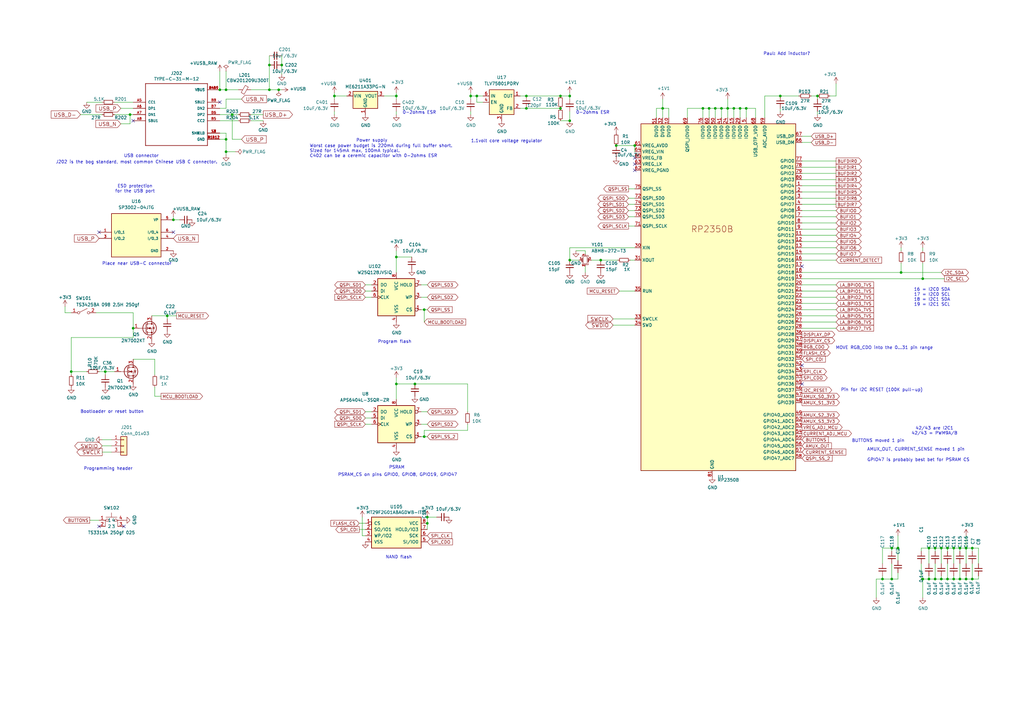
<source format=kicad_sch>
(kicad_sch (version 20250114) (generator "eeschema") (generator_version "9.0")
  (paper "A3")
  (text "42/43 are I2C1\n42/43 = PWM9A/B" (at 383.286 176.784 0) (effects (font (size 1.27 1.27))))
  (text "PSRAM\n" (at 159.512 192.532 0) (effects (font (size 1.27 1.27)) (justify left bottom)))
  (text "GPIO47 is probably best bet for PSRAM CS\n" (at 376.682 188.722 0) (effects (font (size 1.27 1.27))))
  (text "USB connector" (at 50.8 64.77 0) (effects (font (size 1.27 1.27)) (justify left bottom)))
  (text "NAND flash\n" (at 163.576 228.6 0) (effects (font (size 1.27 1.27))))
  (text "Pin for I2C RESET (100K pull-up)\n" (at 361.696 160.02 0) (effects (font (size 1.27 1.27))))
  (text "Bootloader or reset button" (at 45.974 168.91 0) (effects (font (size 1.27 1.27))))
  (text "Place near USB-C connector" (at 56.134 108.204 0) (effects (font (size 1.27 1.27))))
  (text "16 = I2C0 SDA\n17 = I2C0 SCL\n18 = I2C1 SDA\n19 = I2C1 SCL" (at 382.27 121.92 0) (effects (font (size 1.27 1.27))))
  (text "Power supply" (at 146.05 58.42 0) (effects (font (size 1.27 1.27)) (justify left bottom)))
  (text "ESD protection\nfor the USB port" (at 55.372 77.47 0) (effects (font (size 1.27 1.27))))
  (text "AMUX_OUT, CURRENT_SENSE moved 1 pin" (at 375.666 184.404 0) (effects (font (size 1.27 1.27))))
  (text "MOVE RGB_CDO into the 0...31 pin range\n" (at 362.712 142.748 0) (effects (font (size 1.27 1.27))))
  (text "J202 is the bog standard, most common Chinese USB C connector." (at 22.86 67.31 0) (effects (font (size 1.27 1.27)) (justify left bottom)))
  (text "Program flash" (at 154.94 140.97 0) (effects (font (size 1.27 1.27)) (justify left bottom)))
  (text "Worst case power budget is 220mA during full buffer short.\nSized for 145mA max, 100mA typical.\nC402 can be a ceremic capacitor with 0-2ohms ESR" (at 127 64.77 0) (effects (font (size 1.27 1.27)) (justify left bottom)))
  (text "Paul: Add inductor?" (at 313.055 22.86 0) (effects (font (size 1.27 1.27)) (justify left bottom)))
  (text "1.1volt core voltage regulator" (at 207.772 57.912 0) (effects (font (size 1.27 1.27))))
  (text "PSRAM_CS on pins GPIO0, GPIO8, GPIO19, GPIO47" (at 163.068 194.818 0) (effects (font (size 1.27 1.27))))
  (text "Programming header" (at 34.29 193.04 0) (effects (font (size 1.27 1.27)) (justify left bottom)))
  (text "0-2ohms ESR\n" (at 165.1 46.99 0) (effects (font (size 1.27 1.27)) (justify left bottom)))
  (text "0-2ohms ESR\n" (at 236.22 46.99 0) (effects (font (size 1.27 1.27)) (justify left bottom)))
  (text "BUTTONS moved 1 pin\n" (at 360.172 180.848 0) (effects (font (size 1.27 1.27))))
  (junction (at 369.57 111.76))
  (junction (at 173.99 127))
  (junction (at 368.3 224.79))
  (junction (at 290.83 44.45))
  (junction (at 229.87 44.45))
  (junction (at 393.7 224.79))
  (junction (at 175.26 212.09))
  (junction (at 29.21 152.4))
  (junction (at 378.46 237.49))
  (junction (at 252.73 59.69))
  (junction (at 271.78 44.45))
  (junction (at 233.68 106.68))
  (junction (at 396.24 237.49))
  (junction (at 293.37 44.45))
  (junction (at 381 237.49))
  (junction (at 215.9 44.45))
  (junction (at 173.99 179.07))
  (junction (at 246.38 106.68))
  (junction (at 193.04 39.37))
  (junction (at 115.57 26.67))
  (junction (at 288.29 44.45))
  (junction (at 260.35 59.69))
  (junction (at 383.54 237.49))
  (junction (at 43.18 152.4))
  (junction (at 162.56 157.48))
  (junction (at 396.24 224.79))
  (junction (at 393.7 237.49))
  (junction (at 398.78 224.79))
  (junction (at 110.49 26.67))
  (junction (at 335.28 39.37))
  (junction (at 229.87 39.37))
  (junction (at 233.68 39.37))
  (junction (at 95.25 46.99))
  (junction (at 195.58 39.37))
  (junction (at 170.18 157.48))
  (junction (at 361.95 237.49))
  (junction (at 398.78 237.49))
  (junction (at 110.49 36.83))
  (junction (at 137.16 39.37))
  (junction (at 378.46 114.3))
  (junction (at 391.16 237.49))
  (junction (at 298.45 44.45))
  (junction (at 68.58 129.54))
  (junction (at 388.62 237.49))
  (junction (at 320.04 39.37))
  (junction (at 215.9 39.37))
  (junction (at 114.3 36.83))
  (junction (at 162.56 105.41))
  (junction (at 71.12 90.17))
  (junction (at 381 224.79))
  (junction (at 386.08 237.49))
  (junction (at 90.17 36.83))
  (junction (at 295.91 44.45))
  (junction (at 53.34 46.99))
  (junction (at 391.16 224.79))
  (junction (at 162.56 39.37))
  (junction (at 365.76 237.49))
  (junction (at 365.76 224.79))
  (junction (at 92.71 36.83))
  (junction (at 306.07 44.45))
  (junction (at 233.68 49.53))
  (junction (at 175.26 214.63))
  (junction (at 303.53 44.45))
  (junction (at 388.62 224.79))
  (junction (at 92.71 57.15))
  (junction (at 386.08 224.79))
  (junction (at 92.71 62.23))
  (junction (at 300.99 44.45))
  (junction (at 383.54 224.79))
  (junction (at 54.61 134.62))
  (no_connect (at 90.17 41.91))
  (no_connect (at 260.35 67.31))
  (no_connect (at 260.35 69.85))
  (no_connect (at 328.93 157.48))
  (no_connect (at 328.93 109.22))
  (no_connect (at 260.35 64.77))
  (no_connect (at 54.61 49.53))
  (no_connect (at 328.93 149.86))
  (no_connect (at 40.64 215.9))
  (no_connect (at 50.8 215.9))
  (no_connect (at 40.64 95.25))
  (no_connect (at 71.12 95.25))
  (wire (pts (xy 328.93 83.82) (xy 342.9 83.82)))
  (wire (pts (xy 303.53 44.45) (xy 306.07 44.45)))
  (wire (pts (xy 213.36 44.45) (xy 215.9 44.45)))
  (wire (pts (xy 386.08 237.49) (xy 383.54 237.49)))
  (wire (pts (xy 29.21 153.67) (xy 29.21 152.4)))
  (wire (pts (xy 92.71 29.21) (xy 92.71 36.83)))
  (wire (pts (xy 29.21 152.4) (xy 35.56 152.4)))
  (wire (pts (xy 260.35 83.82) (xy 257.81 83.82)))
  (wire (pts (xy 95.25 57.15) (xy 99.06 57.15)))
  (wire (pts (xy 40.64 152.4) (xy 43.18 152.4)))
  (wire (pts (xy 401.32 224.79) (xy 398.78 224.79)))
  (wire (pts (xy 29.21 128.27) (xy 26.67 128.27)))
  (wire (pts (xy 260.35 88.9) (xy 257.81 88.9)))
  (wire (pts (xy 313.69 39.37) (xy 313.69 48.26)))
  (wire (pts (xy 298.45 44.45) (xy 298.45 48.26)))
  (wire (pts (xy 251.46 133.35) (xy 260.35 133.35)))
  (wire (pts (xy 68.58 130.81) (xy 68.58 129.54)))
  (wire (pts (xy 41.91 185.42) (xy 45.72 185.42)))
  (wire (pts (xy 386.08 231.14) (xy 386.08 224.79)))
  (wire (pts (xy 90.17 57.15) (xy 92.71 57.15)))
  (wire (pts (xy 377.825 237.49) (xy 378.46 237.49)))
  (wire (pts (xy 233.68 39.37) (xy 233.68 40.64)))
  (wire (pts (xy 102.87 49.53) (xy 107.95 49.53)))
  (wire (pts (xy 320.04 45.72) (xy 320.04 44.45)))
  (wire (pts (xy 381 237.49) (xy 378.46 237.49)))
  (wire (pts (xy 92.71 62.23) (xy 92.71 63.5)))
  (wire (pts (xy 115.57 26.67) (xy 115.57 30.48)))
  (wire (pts (xy 260.35 130.81) (xy 251.46 130.81)))
  (wire (pts (xy 233.68 38.1) (xy 233.68 39.37)))
  (wire (pts (xy 369.57 111.76) (xy 386.08 111.76)))
  (wire (pts (xy 54.61 41.91) (xy 46.99 41.91)))
  (wire (pts (xy 173.99 127) (xy 172.72 127)))
  (wire (pts (xy 195.58 39.37) (xy 195.58 41.91)))
  (wire (pts (xy 215.9 44.45) (xy 229.87 44.45)))
  (wire (pts (xy 328.93 104.14) (xy 342.9 104.14)))
  (wire (pts (xy 396.24 237.49) (xy 398.78 237.49)))
  (wire (pts (xy 162.56 105.41) (xy 162.56 102.87)))
  (wire (pts (xy 92.71 54.61) (xy 92.71 57.15)))
  (wire (pts (xy 152.4 171.45) (xy 149.86 171.45)))
  (wire (pts (xy 253.365 106.68) (xy 246.38 106.68)))
  (wire (pts (xy 26.67 128.27) (xy 26.67 125.73)))
  (wire (pts (xy 162.56 163.83) (xy 162.56 157.48)))
  (wire (pts (xy 377.825 224.79) (xy 377.825 226.06)))
  (wire (pts (xy 378.46 101.6) (xy 378.46 102.87)))
  (wire (pts (xy 54.61 44.45) (xy 49.53 44.45)))
  (wire (pts (xy 342.9 66.04) (xy 328.93 66.04)))
  (wire (pts (xy 193.04 45.72) (xy 193.04 46.99)))
  (wire (pts (xy 36.83 213.36) (xy 40.64 213.36)))
  (wire (pts (xy 300.99 44.45) (xy 303.53 44.45)))
  (wire (pts (xy 99.06 40.64) (xy 92.71 40.64)))
  (wire (pts (xy 162.56 39.37) (xy 162.56 40.64)))
  (wire (pts (xy 381 224.79) (xy 377.825 224.79)))
  (wire (pts (xy 175.26 127) (xy 173.99 127)))
  (wire (pts (xy 29.21 138.43) (xy 54.61 138.43)))
  (wire (pts (xy 175.26 214.63) (xy 175.26 217.17)))
  (wire (pts (xy 388.62 231.14) (xy 388.62 237.49)))
  (wire (pts (xy 271.78 40.64) (xy 271.78 44.45)))
  (wire (pts (xy 328.93 73.66) (xy 342.9 73.66)))
  (wire (pts (xy 398.78 231.14) (xy 398.78 237.49)))
  (wire (pts (xy 300.99 44.45) (xy 300.99 48.26)))
  (wire (pts (xy 175.26 168.91) (xy 172.72 168.91)))
  (wire (pts (xy 137.16 38.1) (xy 137.16 39.37)))
  (wire (pts (xy 342.9 132.08) (xy 328.93 132.08)))
  (wire (pts (xy 393.7 226.06) (xy 393.7 224.79)))
  (wire (pts (xy 152.4 119.38) (xy 149.86 119.38)))
  (wire (pts (xy 96.52 62.23) (xy 92.71 62.23)))
  (wire (pts (xy 260.35 59.69) (xy 260.35 62.23)))
  (wire (pts (xy 41.91 41.91) (xy 35.56 41.91)))
  (wire (pts (xy 43.18 152.4) (xy 43.18 153.67)))
  (wire (pts (xy 29.21 152.4) (xy 29.21 138.43)))
  (wire (pts (xy 368.3 219.71) (xy 368.3 224.79)))
  (wire (pts (xy 152.4 173.99) (xy 149.86 173.99)))
  (wire (pts (xy 328.93 68.58) (xy 342.9 68.58)))
  (wire (pts (xy 237.49 106.68) (xy 233.68 106.68)))
  (wire (pts (xy 393.7 224.79) (xy 391.16 224.79)))
  (wire (pts (xy 388.62 237.49) (xy 386.08 237.49)))
  (wire (pts (xy 39.37 128.27) (xy 54.61 128.27)))
  (wire (pts (xy 342.9 129.54) (xy 328.93 129.54)))
  (wire (pts (xy 396.24 224.79) (xy 396.24 219.71)))
  (wire (pts (xy 260.35 86.36) (xy 257.81 86.36)))
  (wire (pts (xy 149.86 219.71) (xy 148.59 219.71)))
  (wire (pts (xy 162.56 38.1) (xy 162.56 39.37)))
  (wire (pts (xy 335.28 39.37) (xy 332.74 39.37)))
  (wire (pts (xy 332.74 55.88) (xy 328.93 55.88)))
  (wire (pts (xy 398.78 226.06) (xy 398.78 224.79)))
  (wire (pts (xy 361.95 224.79) (xy 365.76 224.79)))
  (wire (pts (xy 309.88 44.45) (xy 309.88 48.26)))
  (wire (pts (xy 41.91 182.88) (xy 45.72 182.88)))
  (wire (pts (xy 92.71 44.45) (xy 90.17 44.45)))
  (wire (pts (xy 173.99 176.53) (xy 191.77 176.53)))
  (wire (pts (xy 328.93 101.6) (xy 342.9 101.6)))
  (wire (pts (xy 92.71 40.64) (xy 92.71 44.45)))
  (wire (pts (xy 342.9 127) (xy 328.93 127)))
  (wire (pts (xy 298.45 44.45) (xy 300.99 44.45)))
  (wire (pts (xy 381 236.22) (xy 381 237.49)))
  (wire (pts (xy 173.99 179.07) (xy 173.99 176.53)))
  (wire (pts (xy 92.71 36.83) (xy 97.79 36.83)))
  (wire (pts (xy 260.35 101.6) (xy 233.68 101.6)))
  (wire (pts (xy 175.26 212.09) (xy 175.26 214.63)))
  (wire (pts (xy 162.56 111.76) (xy 162.56 105.41)))
  (wire (pts (xy 115.57 22.86) (xy 115.57 26.67)))
  (wire (pts (xy 383.54 237.49) (xy 381 237.49)))
  (wire (pts (xy 332.74 58.42) (xy 328.93 58.42)))
  (wire (pts (xy 162.56 157.48) (xy 170.18 157.48)))
  (wire (pts (xy 110.49 36.83) (xy 114.3 36.83)))
  (wire (pts (xy 335.28 45.72) (xy 335.28 46.99)))
  (wire (pts (xy 342.9 39.37) (xy 342.9 34.29)))
  (wire (pts (xy 342.9 134.62) (xy 328.93 134.62)))
  (wire (pts (xy 388.62 224.79) (xy 386.08 224.79)))
  (wire (pts (xy 90.17 54.61) (xy 92.71 54.61)))
  (wire (pts (xy 90.17 29.21) (xy 90.17 36.83)))
  (wire (pts (xy 383.54 224.79) (xy 381 224.79)))
  (wire (pts (xy 110.49 26.67) (xy 110.49 36.83)))
  (wire (pts (xy 368.3 224.79) (xy 368.3 229.87)))
  (wire (pts (xy 401.32 231.14) (xy 401.32 224.79)))
  (wire (pts (xy 54.61 128.27) (xy 54.61 134.62)))
  (wire (pts (xy 361.95 231.14) (xy 361.95 224.79)))
  (wire (pts (xy 342.9 81.28) (xy 328.93 81.28)))
  (wire (pts (xy 260.35 59.69) (xy 252.73 59.69)))
  (wire (pts (xy 191.77 157.48) (xy 170.18 157.48)))
  (wire (pts (xy 71.12 88.9) (xy 71.12 90.17)))
  (wire (pts (xy 97.79 46.99) (xy 95.25 46.99)))
  (wire (pts (xy 175.26 173.99) (xy 172.72 173.99)))
  (wire (pts (xy 378.46 114.3) (xy 387.35 114.3)))
  (wire (pts (xy 260.35 77.47) (xy 257.81 77.47)))
  (wire (pts (xy 229.87 39.37) (xy 233.68 39.37)))
  (wire (pts (xy 110.49 22.86) (xy 110.49 26.67)))
  (wire (pts (xy 398.78 224.79) (xy 396.24 224.79)))
  (wire (pts (xy 328.93 99.06) (xy 342.9 99.06)))
  (wire (pts (xy 365.76 237.49) (xy 368.3 237.49)))
  (wire (pts (xy 62.23 129.54) (xy 68.58 129.54)))
  (wire (pts (xy 328.93 106.68) (xy 342.9 106.68)))
  (wire (pts (xy 369.57 107.95) (xy 369.57 111.76)))
  (wire (pts (xy 383.54 231.14) (xy 383.54 237.49)))
  (wire (pts (xy 381 231.14) (xy 381 224.79)))
  (wire (pts (xy 391.16 236.22) (xy 391.16 237.49)))
  (wire (pts (xy 179.07 212.09) (xy 175.26 212.09)))
  (wire (pts (xy 193.04 40.64) (xy 193.04 39.37)))
  (wire (pts (xy 137.16 45.72) (xy 137.16 46.99)))
  (wire (pts (xy 68.58 129.54) (xy 72.39 129.54)))
  (wire (pts (xy 41.91 180.34) (xy 45.72 180.34)))
  (wire (pts (xy 396.24 236.22) (xy 396.24 237.49)))
  (wire (pts (xy 328.93 96.52) (xy 342.9 96.52)))
  (wire (pts (xy 102.87 36.83) (xy 110.49 36.83)))
  (wire (pts (xy 342.9 116.84) (xy 328.93 116.84)))
  (wire (pts (xy 369.57 102.87) (xy 369.57 101.6)))
  (wire (pts (xy 386.08 224.79) (xy 383.54 224.79)))
  (wire (pts (xy 281.94 44.45) (xy 288.29 44.45)))
  (wire (pts (xy 54.61 46.99) (xy 53.34 46.99)))
  (wire (pts (xy 195.58 41.91) (xy 198.12 41.91)))
  (wire (pts (xy 281.94 48.26) (xy 281.94 44.45)))
  (wire (pts (xy 396.24 237.49) (xy 393.7 237.49)))
  (wire (pts (xy 298.45 40.64) (xy 298.45 44.45)))
  (wire (pts (xy 342.9 119.38) (xy 328.93 119.38)))
  (wire (pts (xy 213.36 39.37) (xy 215.9 39.37)))
  (wire (pts (xy 254 119.38) (xy 260.35 119.38)))
  (wire (pts (xy 342.9 71.12) (xy 328.93 71.12)))
  (wire (pts (xy 152.4 116.84) (xy 149.86 116.84)))
  (wire (pts (xy 102.87 46.99) (xy 107.95 46.99)))
  (wire (pts (xy 215.9 39.37) (xy 229.87 39.37)))
  (wire (pts (xy 383.54 226.06) (xy 383.54 224.79)))
  (wire (pts (xy 313.69 39.37) (xy 320.04 39.37)))
  (wire (pts (xy 342.9 121.92) (xy 328.93 121.92)))
  (wire (pts (xy 393.7 237.49) (xy 391.16 237.49)))
  (wire (pts (xy 295.91 44.45) (xy 295.91 48.26)))
  (wire (pts (xy 90.17 46.99) (xy 95.25 46.99)))
  (wire (pts (xy 195.58 39.37) (xy 198.12 39.37)))
  (wire (pts (xy 328.93 88.9) (xy 342.9 88.9)))
  (wire (pts (xy 274.32 44.45) (xy 274.32 48.26)))
  (wire (pts (xy 195.58 39.37) (xy 193.04 39.37)))
  (wire (pts (xy 340.36 39.37) (xy 342.9 39.37)))
  (wire (pts (xy 260.35 81.28) (xy 257.81 81.28)))
  (wire (pts (xy 229.87 49.53) (xy 233.68 49.53)))
  (wire (pts (xy 365.76 231.14) (xy 365.76 237.49)))
  (wire (pts (xy 359.41 237.49) (xy 359.41 245.11)))
  (wire (pts (xy 378.46 107.95) (xy 378.46 114.3)))
  (wire (pts (xy 63.5 162.56) (xy 66.04 162.56)))
  (wire (pts (xy 162.56 105.41) (xy 168.91 105.41)))
  (wire (pts (xy 53.34 50.8) (xy 53.34 46.99)))
  (wire (pts (xy 53.34 46.99) (xy 46.99 46.99)))
  (wire (pts (xy 149.86 214.63) (xy 147.32 214.63)))
  (wire (pts (xy 271.78 44.45) (xy 274.32 44.45)))
  (wire (pts (xy 152.4 168.91) (xy 149.86 168.91)))
  (wire (pts (xy 73.66 90.17) (xy 71.12 90.17)))
  (wire (pts (xy 342.9 124.46) (xy 328.93 124.46)))
  (wire (pts (xy 391.16 237.49) (xy 388.62 237.49)))
  (wire (pts (xy 393.7 231.14) (xy 393.7 237.49)))
  (wire (pts (xy 342.9 86.36) (xy 328.93 86.36)))
  (wire (pts (xy 335.28 40.64) (xy 335.28 39.37)))
  (wire (pts (xy 328.93 114.3) (xy 378.46 114.3)))
  (wire (pts (xy 260.35 92.71) (xy 257.81 92.71)))
  (wire (pts (xy 386.08 236.22) (xy 386.08 237.49)))
  (wire (pts (xy 396.24 231.14) (xy 396.24 224.79)))
  (wire (pts (xy 328.93 111.76) (xy 369.57 111.76)))
  (wire (pts (xy 240.03 109.22) (xy 240.03 111.76)))
  (wire (pts (xy 365.76 224.79) (xy 365.76 226.06)))
  (wire (pts (xy 377.825 231.14) (xy 377.825 237.49)))
  (wire (pts (xy 41.91 46.99) (xy 33.02 46.99)))
  (wire (pts (xy 191.77 176.53) (xy 191.77 173.99)))
  (wire (pts (xy 191.77 168.91) (xy 191.77 157.48)))
  (wire (pts (xy 175.26 179.07) (xy 173.99 179.07)))
  (wire (pts (xy 293.37 44.45) (xy 295.91 44.45)))
  (wire (pts (xy 293.37 44.45) (xy 293.37 48.26)))
  (wire (pts (xy 137.16 40.64) (xy 137.16 39.37)))
  (wire (pts (xy 147.32 217.17) (xy 149.86 217.17)))
  (wire (pts (xy 361.95 236.22) (xy 361.95 237.49)))
  (wire (pts (xy 401.32 237.49) (xy 401.32 236.22)))
  (wire (pts (xy 391.16 224.79) (xy 388.62 224.79)))
  (wire (pts (xy 240.03 102.87) (xy 240.03 104.14)))
  (wire (pts (xy 43.18 152.4) (xy 46.99 152.4)))
  (wire (pts (xy 95.25 46.99) (xy 95.25 57.15)))
  (wire (pts (xy 391.16 231.14) (xy 391.16 224.79)))
  (wire (pts (xy 90.17 36.83) (xy 92.71 36.83)))
  (wire (pts (xy 303.53 48.26) (xy 303.53 44.45)))
  (wire (pts (xy 288.29 44.45) (xy 288.29 48.26)))
  (wire (pts (xy 342.9 76.2) (xy 328.93 76.2)))
  (wire (pts (xy 290.83 44.45) (xy 293.37 44.45)))
  (wire (pts (xy 175.26 116.84) (xy 172.72 116.84)))
  (wire (pts (xy 90.17 49.53) (xy 97.79 49.53)))
  (wire (pts (xy 193.04 38.1) (xy 193.04 39.37)))
  (wire (pts (xy 63.5 153.67) (xy 63.5 147.32)))
  (wire (pts (xy 328.93 78.74) (xy 342.9 78.74)))
  (wire (pts (xy 306.07 44.45) (xy 306.07 48.26)))
  (wire (pts (xy 54.61 134.62) (xy 54.61 138.43)))
  (wire (pts (xy 393.7 224.79) (xy 396.24 224.79)))
  (wire (pts (xy 233.68 101.6) (xy 233.68 106.68)))
  (wire (pts (xy 271.78 44.45) (xy 269.24 44.45)))
  (wire (pts (xy 368.3 234.95) (xy 368.3 237.49)))
  (wire (pts (xy 290.83 44.45) (xy 290.83 48.26)))
  (wire (pts (xy 162.56 157.48) (xy 162.56 154.94)))
  (wire (pts (xy 306.07 44.45) (xy 309.88 44.45)))
  (wire (pts (xy 361.95 237.49) (xy 365.76 237.49)))
  (wire (pts (xy 398.78 237.49) (xy 401.32 237.49)))
  (wire (pts (xy 175.26 121.92) (xy 172.72 121.92)))
  (wire (pts (xy 63.5 147.32) (xy 54.61 147.32)))
  (wire (pts (xy 173.99 127) (xy 173.99 132.08)))
  (wire (pts (xy 260.35 106.68) (xy 258.445 106.68)))
  (wire (pts (xy 236.22 102.87) (xy 240.03 102.87)))
  (wire (pts (xy 359.41 237.49) (xy 361.95 237.49)))
  (wire (pts (xy 92.71 57.15) (xy 92.71 62.23)))
  (wire (pts (xy 327.66 39.37) (xy 320.04 39.37)))
  (wire (pts (xy 388.62 226.06) (xy 388.62 224.79)))
  (wire (pts (xy 114.3 36.83) (xy 115.57 36.83)))
  (wire (pts (xy 269.24 44.45) (xy 269.24 48.26)))
  (wire (pts (xy 233.68 45.72) (xy 233.68 49.53)))
  (wire (pts (xy 295.91 44.45) (xy 298.45 44.45)))
  (wire (pts (xy 242.57 106.68) (xy 246.38 106.68)))
  (wire (pts (xy 288.29 44.45) (xy 290.83 44.45)))
  (wire (pts (xy 152.4 121.92) (xy 149.86 121.92)))
  (wire (pts (xy 342.9 91.44) (xy 328.93 91.44)))
  (wire (pts (xy 368.3 224.79) (xy 365.76 224.79)))
  (wire (pts (xy 157.48 39.37) (xy 162.56 39.37)))
  (wire (pts (xy 173.99 179.07) (xy 172.72 179.07)))
  (wire (pts (xy 162.56 45.72) (xy 162.56 46.99)))
  (wire (pts (xy 63.5 158.75) (xy 63.5 162.56)))
  (wire (pts (xy 49.53 50.8) (xy 53.34 50.8)))
  (wire (pts (xy 148.59 219.71) (xy 148.59 212.09)))
  (wire (pts (xy 142.24 39.37) (xy 137.16 39.37)))
  (wire (pts (xy 328.93 93.98) (xy 342.9 93.98)))
  (wire (pts (xy 271.78 44.45) (xy 271.78 48.26)))
  (wire (pts (xy 378.46 237.49) (xy 378.46 245.11)))
  (global_label "BUFIO3" (shape bidirectional) (at 342.9 93.98 0) (property "Intersheetrefs" "${INTERSHEET_REFS}" (effects (hide yes))))
  (global_label "BUFDIR3" (shape output) (at 342.9 73.66 0) (property "Intersheetrefs" "${INTERSHEET_REFS}" (effects (hide yes))))
  (global_label "BUFIO1" (shape bidirectional) (at 342.9 88.9 0) (property "Intersheetrefs" "${INTERSHEET_REFS}" (effects (hide yes))))
  (global_label "LA_BPIO4_TVS" (shape input) (at 342.9 127 0) (property "Intersheetrefs" "${INTERSHEET_REFS}" (effects (hide yes))))
  (global_label "QSPI_SD3" (shape bidirectional) (at 257.81 88.9 180) (property "Intersheetrefs" "${INTERSHEET_REFS}" (effects (hide yes))))
  (global_label "SWDIO" (shape bidirectional) (at 251.46 133.35 180) (effects (font (size 1.524 1.524))) (property "Intersheetrefs" "${INTERSHEET_REFS}" (effects (hide yes))))
  (global_label "QSPI_SCLK" (shape input) (at 149.86 121.92 180) (property "Intersheetrefs" "${INTERSHEET_REFS}" (effects (hide yes))))
  (global_label "SPI_CDO" (shape input) (at 175.26 222.25 0) (property "Intersheetrefs" "${INTERSHEET_REFS}" (effects (hide yes))))
  (global_label "QSPI_SS" (shape input) (at 175.26 127 0) (property "Intersheetrefs" "${INTERSHEET_REFS}" (effects (hide yes))))
  (global_label "AMUX_S1_3V3" (shape output) (at 328.93 165.1 0) (property "Intersheetrefs" "${INTERSHEET_REFS}" (effects (hide yes))))
  (global_label "SPI_CDI" (shape output) (at 147.32 217.17 180) (property "Intersheetrefs" "${INTERSHEET_REFS}" (effects (hide yes))))
  (global_label "FLASH_CS" (shape input) (at 147.32 214.63 180) (property "Intersheetrefs" "${INTERSHEET_REFS}" (effects (hide yes))))
  (global_label "RGB_CDO" (shape output) (at 328.93 142.24 0) (property "Intersheetrefs" "${INTERSHEET_REFS}" (effects (hide yes))))
  (global_label "I2C_SDA" (shape bidirectional) (at 386.08 111.76 0) (property "Intersheetrefs" "${INTERSHEET_REFS}" (effects (hide yes))))
  (global_label "AMUX_S0_3V3" (shape output) (at 328.93 162.56 0) (property "Intersheetrefs" "${INTERSHEET_REFS}" (effects (hide yes))))
  (global_label "MCU_RESET" (shape input) (at 254 119.38 180) (property "Intersheetrefs" "${INTERSHEET_REFS}" (effects (hide yes))))
  (global_label "USB_N" (shape input) (at 49.53 50.8 180) (effects (font (size 1.524 1.524))) (property "Intersheetrefs" "${INTERSHEET_REFS}" (effects (hide yes))))
  (global_label "USB_P" (shape input) (at 49.53 44.45 180) (effects (font (size 1.524 1.524))) (property "Intersheetrefs" "${INTERSHEET_REFS}" (effects (hide yes))))
  (global_label "LA_BPIO6_TVS" (shape input) (at 342.9 132.08 0) (property "Intersheetrefs" "${INTERSHEET_REFS}" (effects (hide yes))))
  (global_label "SWCLK" (shape output) (at 41.91 185.42 180) (effects (font (size 1.524 1.524))) (property "Intersheetrefs" "${INTERSHEET_REFS}" (effects (hide yes))))
  (global_label "QSPI_SD1" (shape bidirectional) (at 149.86 168.91 180) (property "Intersheetrefs" "${INTERSHEET_REFS}" (effects (hide yes))))
  (global_label "CURRENT_SENSE" (shape input) (at 328.93 185.42 0) (property "Intersheetrefs" "${INTERSHEET_REFS}" (effects (hide yes))))
  (global_label "QSPI_SS_2" (shape input) (at 175.26 179.07 0) (property "Intersheetrefs" "${INTERSHEET_REFS}" (effects (hide yes))))
  (global_label "QSPI_SCLK" (shape output) (at 257.81 92.71 180) (property "Intersheetrefs" "${INTERSHEET_REFS}" (effects (hide yes))))
  (global_label "BUTTONS" (shape input) (at 328.93 180.34 0) (property "Intersheetrefs" "${INTERSHEET_REFS}" (effects (hide yes))))
  (global_label "I2C_SCL" (shape output) (at 387.35 114.3 0) (property "Intersheetrefs" "${INTERSHEET_REFS}" (effects (hide yes))))
  (global_label "VREG_ADJ_MCU" (shape output) (at 328.93 175.26 0) (property "Intersheetrefs" "${INTERSHEET_REFS}" (effects (hide yes))))
  (global_label "BUFDIR1" (shape output) (at 342.9 68.58 0) (property "Intersheetrefs" "${INTERSHEET_REFS}" (effects (hide yes))))
  (global_label "BUFIO7" (shape bidirectional) (at 342.9 104.14 0) (property "Intersheetrefs" "${INTERSHEET_REFS}" (effects (hide yes))))
  (global_label "LA_BPIO3_TVS" (shape input) (at 342.9 124.46 0) (property "Intersheetrefs" "${INTERSHEET_REFS}" (effects (hide yes))))
  (global_label "LA_BPIO2_TVS" (shape input) (at 342.9 121.92 0) (property "Intersheetrefs" "${INTERSHEET_REFS}" (effects (hide yes))))
  (global_label "CURRENT_DETECT" (shape input) (at 342.9 106.68 0) (property "Intersheetrefs" "${INTERSHEET_REFS}" (effects (hide yes))))
  (global_label "CURRENT_ADJ_MCU" (shape output) (at 328.93 177.8 0) (property "Intersheetrefs" "${INTERSHEET_REFS}" (effects (hide yes))))
  (global_label "QSPI_SD2" (shape bidirectional) (at 175.26 173.99 0) (property "Intersheetrefs" "${INTERSHEET_REFS}" (effects (hide yes))))
  (global_label "QSPI_SD3" (shape bidirectional) (at 175.26 168.91 0) (property "Intersheetrefs" "${INTERSHEET_REFS}" (effects (hide yes))))
  (global_label "AMUX_OUT" (shape input) (at 328.93 182.88 0) (property "Intersheetrefs" "${INTERSHEET_REFS}" (effects (hide yes))))
  (global_label "QSPI_SD2" (shape bidirectional) (at 175.26 121.92 0) (property "Intersheetrefs" "${INTERSHEET_REFS}" (effects (hide yes))))
  (global_label "BUFDIR0" (shape output) (at 342.9 66.04 0) (property "Intersheetrefs" "${INTERSHEET_REFS}" (effects (hide yes))))
  (global_label "USB_N" (shape input) (at 71.12 97.79 0) (effects (font (size 1.524 1.524))) (property "Intersheetrefs" "${INTERSHEET_REFS}" (effects (hide yes))))
  (global_label "SPI_CLK" (shape output) (at 328.93 152.4 0) (property "Intersheetrefs" "${INTERSHEET_REFS}" (effects (hide yes))))
  (global_label "MCU_RESET" (shape output) (at 72.39 129.54 0) (property "Intersheetrefs" "${INTERSHEET_REFS}" (effects (hide yes))))
  (global_label "BUFIO6" (shape bidirectional) (at 342.9 101.6 0) (property "Intersheetrefs" "${INTERSHEET_REFS}" (effects (hide yes))))
  (global_label "BUTTONS" (shape output) (at 36.83 213.36 180) (property "Intersheetrefs" "${INTERSHEET_REFS}" (effects (hide yes))))
  (global_label "QSPI_SS" (shape output) (at 257.81 77.47 180) (property "Intersheetrefs" "${INTERSHEET_REFS}" (effects (hide yes))))
  (global_label "SPI_CDI" (shape input) (at 328.93 147.32 0) (property "Intersheetrefs" "${INTERSHEET_REFS}" (effects (hide yes))))
  (global_label "SWCLK" (shape input) (at 251.46 130.81 180) (effects (font (size 1.524 1.524))) (property "Intersheetrefs" "${INTERSHEET_REFS}" (effects (hide yes))))
  (global_label "QSPI_SD1" (shape bidirectional) (at 149.86 116.84 180) (property "Intersheetrefs" "${INTERSHEET_REFS}" (effects (hide yes))))
  (global_label "LA_BPIO1_TVS" (shape input) (at 342.9 119.38 0) (property "Intersheetrefs" "${INTERSHEET_REFS}" (effects (hide yes))))
  (global_label "QSPI_SD0" (shape bidirectional) (at 149.86 171.45 180) (property "Intersheetrefs" "${INTERSHEET_REFS}" (effects (hide yes))))
  (global_label "DISPLAY_CS" (shape output) (at 328.93 139.7 0) (property "Intersheetrefs" "${INTERSHEET_REFS}" (effects (hide yes))))
  (global_label "USB_D-" (shape input) (at 33.02 46.99 180) (effects (font (size 1.524 1.524))) (property "Intersheetrefs" "${INTERSHEET_REFS}" (effects (hide yes))))
  (global_label "QSPI_SD2" (shape bidirectional) (at 257.81 86.36 180) (property "Intersheetrefs" "${INTERSHEET_REFS}" (effects (hide yes))))
  (global_label "LA_BPIO0_TVS" (shape input) (at 342.9 116.84 0) (property "Intersheetrefs" "${INTERSHEET_REFS}" (effects (hide yes))))
  (global_label "USB_D+" (shape input) (at 332.74 55.88 0) (property "Intersheetrefs" "${INTERSHEET_REFS}" (effects (hide yes))))
  (global_label "BUFDIR2" (shape output) (at 342.9 71.12 0) (property "Intersheetrefs" "${INTERSHEET_REFS}" (effects (hide yes))))
  (global_label "SPI_CLK" (shape input) (at 175.26 219.71 0) (property "Intersheetrefs" "${INTERSHEET_REFS}" (effects (hide yes))))
  (global_label "DISPLAY_DP" (shape output) (at 328.93 137.16 0) (property "Intersheetrefs" "${INTERSHEET_REFS}" (effects (hide yes))))
  (global_label "USB_P" (shape input) (at 40.64 97.79 180) (effects (font (size 1.524 1.524))) (property "Intersheetrefs" "${INTERSHEET_REFS}" (effects (hide yes))))
  (global_label "QSPI_SD1" (shape bidirectional) (at 257.81 83.82 180) (property "Intersheetrefs" "${INTERSHEET_REFS}" (effects (hide yes))))
  (global_label "LA_BPIO7_TVS" (shape input) (at 342.9 134.62 0) (property "Intersheetrefs" "${INTERSHEET_REFS}" (effects (hide yes))))
  (global_label "BUFDIR6" (shape output) (at 342.9 81.28 0) (property "Intersheetrefs" "${INTERSHEET_REFS}" (effects (hide yes))))
  (global_label "I2C_RESET" (shape output) (at 328.93 160.02 0) (property "Intersheetrefs" "${INTERSHEET_REFS}" (effects (hide yes))))
  (global_label "QSPI_SD0" (shape bidirectional) (at 257.81 81.28 180) (property "Intersheetrefs" "${INTERSHEET_REFS}" (effects (hide yes))))
  (global_label "MCU_BOOTLOAD" (shape output) (at 66.04 162.56 0) (property "Intersheetrefs" "${INTERSHEET_REFS}" (effects (hide yes))))
  (global_label "USB_P" (shape input) (at 99.06 57.15 0) (effects (font (size 1.524 1.524))) (property "Intersheetrefs" "${INTERSHEET_REFS}" (effects (hide yes))))
  (global_label "QSPI_SS_2" (shape input) (at 328.93 187.96 0) (property "Intersheetrefs" "${INTERSHEET_REFS}" (effects (hide yes))))
  (global_label "MCU_BOOTLOAD" (shape input) (at 173.99 132.08 0) (property "Intersheetrefs" "${INTERSHEET_REFS}" (effects (hide yes))))
  (global_label "USB_N" (shape input) (at 99.06 40.64 0) (effects (font (size 1.524 1.524))) (property "Intersheetrefs" "${INTERSHEET_REFS}" (effects (hide yes))))
  (global_label "QSPI_SCLK" (shape input) (at 149.86 173.99 180) (property "Intersheetrefs" "${INTERSHEET_REFS}" (effects (hide yes))))
  (global_label "BUFIO4" (shape bidirectional) (at 342.9 96.52 0) (property "Intersheetrefs" "${INTERSHEET_REFS}" (effects (hide yes))))
  (global_label "QSPI_SD3" (shape bidirectional) (at 175.26 116.84 0) (property "Intersheetrefs" "${INTERSHEET_REFS}" (effects (hide yes))))
  (global_label "LA_BPIO5_TVS" (shape input) (at 342.9 129.54 0) (property "Intersheetrefs" "${INTERSHEET_REFS}" (effects (hide yes))))
  (global_label "BUFIO0" (shape bidirectional) (at 342.9 86.36 0) (property "Intersheetrefs" "${INTERSHEET_REFS}" (effects (hide yes))))
  (global_label "SWDIO" (shape bidirectional) (at 41.91 182.88 180) (effects (font (size 1.524 1.524))) (property "Intersheetrefs" "${INTERSHEET_REFS}" (effects (hide yes))))
  (global_label "BUFDIR4" (shape output) (at 342.9 76.2 0) (property "Intersheetrefs" "${INTERSHEET_REFS}" (effects (hide yes))))
  (global_label "BUFDIR5" (shape output) (at 342.9 78.74 0) (property "Intersheetrefs" "${INTERSHEET_REFS}" (effects (hide yes))))
  (global_label "BUFDIR7" (shape output) (at 342.9 83.82 0) (property "Intersheetrefs" "${INTERSHEET_REFS}" (effects (hide yes))))
  (global_label "USB_D+" (shape output) (at 107.95 46.99 0) (effects (font (size 1.524 1.524))) (property "Intersheetrefs" "${INTERSHEET_REFS}" (effects (hide yes))))
  (global_label "BUFIO5" (shape bidirectional) (at 342.9 99.06 0) (property "Intersheetrefs" "${INTERSHEET_REFS}" (effects (hide yes))))
  (global_label "BUFIO2" (shape bidirectional) (at 342.9 91.44 0) (property "Intersheetrefs" "${INTERSHEET_REFS}" (effects (hide yes))))
  (global_label "QSPI_SD0" (shape bidirectional) (at 149.86 119.38 180) (property "Intersheetrefs" "${INTERSHEET_REFS}" (effects (hide yes))))
  (global_label "SPI_CDO" (shape output) (at 328.93 154.94 0) (property "Intersheetrefs" "${INTERSHEET_REFS}" (effects (hide yes))))
  (global_label "USB_D-" (shape input) (at 332.74 58.42 0) (property "Intersheetrefs" "${INTERSHEET_REFS}" (effects (hide yes))))
  (global_label "FLASH_CS" (shape output) (at 328.93 144.78 0) (property "Intersheetrefs" "${INTERSHEET_REFS}" (effects (hide yes))))
  (global_label "AMUX_S3_3V3" (shape output) (at 328.93 172.72 0) (property "Intersheetrefs" "${INTERSHEET_REFS}" (effects (hide yes))))
  (global_label "AMUX_S2_3V3" (shape output) (at 328.93 170.18 0) (property "Intersheetrefs" "${INTERSHEET_REFS}" (effects (hide yes))))
  (symbol (lib_id "Device:C_Small") (at 137.16 43.18 0) (unit 1)
    (property "Reference" "C401" (at 134.62 41.91 0) (effects (justify right)))
    (property "Value" "10uF/6.3V" (at 134.62 44.45 0) (effects (justify right)))
    (property "Footprint" "Capacitor_SMD:C_0402_1005Metric" (effects (hide yes)))
    (property "Description" "CL05A106MQ5NUNC" (effects (hide yes)))
    (property "RMB" "0.037726" (effects (hide yes)))
    (property "Supplier" "https://item.szlcsc.com/1877.html" (effects (hide yes)))
    (property "MANUFACTURER" "Samsung" (effects (hide yes)))
    (property "szlcsc_partnumber" "C15525" (effects (hide yes)))
    (property "szlcsc_url" "https://item.szlcsc.com/16204.html?fromZone=s_s__%2522CL05A106MQ5NUNC%2522&spm=sc.gb.xh1.zy.n___sc.gb.hd.ss&lcsc_vid=RlENUlJWE1QKBlBWRAVaUFNTT1leBQZXRFNcVAVQQVAxVlNSRFRfXlxWQ1hXUDsOAxUeFF5JWAgaAglIBBsCBBcFWQIBCks%3D" (effects (hide yes)))
  )
  (symbol (lib_id "Device:C_Small") (at 162.56 43.18 0) (unit 1)
    (property "Reference" "C402" (at 164.8968 42.0116 0) (effects (justify left)))
    (property "Value" "10uF/6.3V" (at 164.8968 44.323 0) (effects (justify left)))
    (property "Footprint" "Capacitor_SMD:C_0402_1005Metric" (effects (hide yes)))
    (property "Description" "CL05A106MQ5NUNC" (effects (hide yes)))
    (property "RMB" "0.043101" (effects (hide yes)))
    (property "Supplier" "https://item.szlcsc.com/108589.html" (effects (hide yes)))
    (property "MANUFACTURER" "Samsung" (effects (hide yes)))
    (property "szlcsc_partnumber" "C15525" (effects (hide yes)))
    (property "szlcsc_url" "https://item.szlcsc.com/16204.html?fromZone=s_s__%2522CL05A106MQ5NUNC%2522&spm=sc.gb.xh1.zy.n___sc.gb.hd.ss&lcsc_vid=RlENUlJWE1QKBlBWRAVaUFNTT1leBQZXRFNcVAVQQVAxVlNSRFRfXlxWQ1hXUDsOAxUeFF5JWAgaAglIBBsCBBcFWQIBCks%3D" (effects (hide yes)))
  )
  (symbol (lib_id "power:GND") (at 149.86 46.99 0) (unit 1)
    (property "Reference" "#PWR0403" (effects (hide yes)))
    (property "Value" "GND" (at 149.987 51.3842 0))
  )
  (symbol (lib_id "power:GND") (at 137.16 46.99 0) (unit 1)
    (property "Reference" "#PWR0402" (effects (hide yes)))
    (property "Value" "GND" (at 137.287 51.3842 0))
  )
  (symbol (lib_id "power:GND") (at 162.56 46.99 0) (unit 1)
    (property "Reference" "#PWR0405" (effects (hide yes)))
    (property "Value" "GND" (at 162.687 51.3842 0))
  )
  (symbol (lib_id "power:+3V3") (at 162.56 38.1 0) (unit 1)
    (property "Reference" "#PWR0404" (effects (hide yes)))
    (property "Value" "+3V3" (at 162.941 33.7058 0))
  )
  (symbol (lib_id "kicad5-device:Ferrite_Bead_Small") (at 100.33 36.83 270) (unit 1)
    (property "Reference" "L201" (at 100.33 30.8102 90))
    (property "Value" "CBW201209U300T" (at 101.6 33.02 90))
    (property "Footprint" "Inductor_SMD:L_0805_2012Metric" (effects (hide yes)))
    (property "RMB" "0.175802	0.175802" (effects (hide yes)))
    (property "Supplier" "https://item.szlcsc.com/263551.html" (effects (hide yes)))
    (property "szlcsc_partnumber" "C139190" (effects (hide yes)))
    (property "szlcsc_url" "https://item.szlcsc.com/150511.html?fromZone=s_s__%2522CBW201209U300T%2522&spm=sc.gb.xh1.zy.n&lcsc_vid=RlENUlJWE1QKBlBWRAVaUFNTT1leBQZXRFNcVAVQQVAxVlNSRFRfXlxWQ1hXUDsOAxUeFF5JWAgaAglIBBsCBBcFWQIBCks%3D" (effects (hide yes)))
  )
  (symbol (lib_id "power:GND") (at 115.57 30.48 0) (unit 1)
    (property "Reference" "#PWR0205" (effects (hide yes)))
    (property "Value" "GND" (at 115.57 34.29 0))
  )
  (symbol (lib_id "Device:R_Small") (at 44.45 41.91 90) (mirror x) (unit 1)
    (property "Reference" "R201" (at 49.53 40.64 90))
    (property "Value" "5.1K" (at 40.64 40.64 90))
    (property "Footprint" "Resistor_SMD:R_0402_1005Metric" (effects (hide yes)))
    (property "Description" "Resistor" (effects (hide yes)))
    (property "RMB" "0.0065" (effects (hide yes)))
    (property "Supplier" "https://item.szlcsc.com/107087.html" (effects (hide yes)))
    (property "szlcsc_partnumber" "C25905" (effects (hide yes)))
    (property "szlcsc_url" "https://item.szlcsc.com/26648.html?fromZone=s_s__%25225.1K%25200402%2522&spm=sc.gb.xh1.zy.n___sc.gb.hd.ss&lcsc_vid=RlENUlJWE1QKBlBWRAVaUFNTT1leBQZXRFNcVAVQQVAxVlNSRFRcV1ZTQFNZVDsOAxUeFF5JWAgaAglIBBsCBBcFWQIBCks%3D" (effects (hide yes)))
  )
  (symbol (lib_id "Device:R_Small") (at 100.33 49.53 270) (unit 1)
    (property "Reference" "R204" (at 95.25 48.26 90))
    (property "Value" "5.1K" (at 104.14 48.26 90))
    (property "Footprint" "Resistor_SMD:R_0402_1005Metric" (effects (hide yes)))
    (property "Description" "Resistor" (effects (hide yes)))
    (property "RMB" "0.0065" (effects (hide yes)))
    (property "Supplier" "https://item.szlcsc.com/107087.html" (effects (hide yes)))
    (property "szlcsc_partnumber" "C25905" (effects (hide yes)))
    (property "szlcsc_url" "https://item.szlcsc.com/26648.html?fromZone=s_s__%25225.1K%25200402%2522&spm=sc.gb.xh1.zy.n___sc.gb.hd.ss&lcsc_vid=RlENUlJWE1QKBlBWRAVaUFNTT1leBQZXRFNcVAVQQVAxVlNSRFRcV1ZTQFNZVDsOAxUeFF5JWAgaAglIBBsCBBcFWQIBCks%3D" (effects (hide yes)))
  )
  (symbol (lib_id "power:GND") (at 107.95 49.53 0) (unit 1)
    (property "Reference" "#PWR0204" (effects (hide yes)))
    (property "Value" "GND" (at 107.95 53.34 0))
  )
  (symbol (lib_id "Device:R_Small") (at 44.45 46.99 90) (mirror x) (unit 1)
    (property "Reference" "R202" (at 49.53 48.26 90))
    (property "Value" "27R" (at 39.37 48.26 90))
    (property "Footprint" "Resistor_SMD:R_0402_1005Metric" (effects (hide yes)))
    (property "RMB" "0.006505" (effects (hide yes)))
    (property "Supplier" "https://item.szlcsc.com/116009.html" (effects (hide yes)))
    (property "szlcsc_partnumber" "C25100" (effects (hide yes)))
    (property "szlcsc_url" "https://item.szlcsc.com/25843.html?fromZone=s_s__%252227R%25200402%2522&spm=sc.gb.xh3.zy.n___sc.gb.hd.ss&lcsc_vid=RlENUlJWE1QKBlBWRAVaUFNTT1leBQZXRFNcVAVQQVAxVlNSRVhfXlFQRFVfUzsOAxUeFF5JWAgaAglIBBsCBBcFWQIBCks%3D" (effects (hide yes)))
  )
  (symbol (lib_id "power:GND") (at 92.71 63.5 0) (unit 1)
    (property "Reference" "#PWR0203" (effects (hide yes)))
    (property "Value" "GND" (at 92.71 67.31 0))
  )
  (symbol (lib_id "power:GND") (at 41.91 180.34 270) (unit 1)
    (property "Reference" "#PWR0202" (effects (hide yes)))
    (property "Value" "GND" (at 36.83 180.34 90))
  )
  (symbol (lib_id "dp-power:+VUSB") (at 137.16 38.1 0) (unit 1)
    (property "Reference" "#PWR0401" (effects (hide yes)))
    (property "Value" "+VUSB" (at 134.62 34.29 0))
  )
  (symbol (lib_id "dp-power:+VUSB") (at 115.57 36.83 270) (unit 1)
    (property "Reference" "#PWR0206" (effects (hide yes)))
    (property "Value" "+VUSB" (at 118.8212 36.449 90) (effects (justify left)))
  )
  (symbol (lib_id "power:PWR_FLAG") (at 92.71 29.21 0) (unit 1)
    (property "Reference" "#FLG0201" (effects (hide yes)))
    (property "Value" "PWR_FLAG" (at 98.298 25.654 0))
  )
  (symbol (lib_id "power:GND") (at 35.56 41.91 0) (unit 1)
    (property "Reference" "#PWR0201" (effects (hide yes)))
    (property "Value" "GND" (at 35.56 45.72 0))
  )
  (symbol (lib_id "power:PWR_FLAG") (at 114.3 36.83 180) (unit 1)
    (property "Reference" "#FLG0203" (effects (hide yes)))
    (property "Value" "PWR_FLAG" (at 114.3 41.2242 0))
  )
  (symbol (lib_id "power:PWR_FLAG") (at 96.52 62.23 270) (unit 1)
    (property "Reference" "#FLG0202" (effects (hide yes)))
    (property "Value" "PWR_FLAG" (at 104.14 62.23 90))
  )
  (symbol (lib_id "power:GND") (at 162.56 132.08 0) (unit 1)
    (property "Reference" "#PWR0105" (effects (hide yes)))
    (property "Value" "GND" (at 162.687 136.4742 0))
  )
  (symbol (lib_id "power:+3V3") (at 162.56 102.87 0) (unit 1)
    (property "Reference" "#PWR0104" (effects (hide yes)))
    (property "Value" "+3V3" (at 162.56 99.06 0))
  )
  (symbol (lib_id "power:GND") (at 246.38 111.76 0) (unit 1)
    (property "Reference" "#PWR0114" (effects (hide yes)))
    (property "Value" "GND" (at 246.38 115.57 0))
  )
  (symbol (lib_id "Device:C_Small") (at 246.38 109.22 0) (unit 1)
    (property "Reference" "C106" (at 250.825 107.95 0))
    (property "Value" "15pF" (at 250.825 110.49 0))
    (property "Footprint" "Capacitor_SMD:C_0402_1005Metric" (effects (hide yes)))
    (property "RMB" "0.022142" (effects (hide yes)))
    (property "Supplier" "https://item.szlcsc.com/306263.html" (effects (hide yes)))
    (property "szlcsc_partnumber" "C86285" (effects (hide yes)))
    (property "szlcsc_url" "https://item.szlcsc.com/87461.html?fromZone=s_s__%252215pf%25200402%2522&spm=sc.gb.xh5.zy.n___sc.gb.hd.ss&lcsc_vid=RlENUlJWE1QKBlBWRAVaUFNTT1leBQZXRFNcVAVQQVAxVlNSRFRfXlFXQlZXVzsOAxUeFF5JWAgaAglIBBsCBBcFWQIBCks%3D" (effects (hide yes)))
  )
  (symbol (lib_id "power:GND") (at 233.68 111.76 0) (unit 1)
    (property "Reference" "#PWR0111" (effects (hide yes)))
    (property "Value" "GND" (at 233.68 115.57 0))
  )
  (symbol (lib_id "Device:C_Small") (at 233.68 109.22 0) (unit 1)
    (property "Reference" "C105" (at 227.33 107.95 0))
    (property "Value" "15pF" (at 227.33 110.49 0))
    (property "Footprint" "Capacitor_SMD:C_0402_1005Metric" (effects (hide yes)))
    (property "RMB" "0.022142" (effects (hide yes)))
    (property "Supplier" "https://item.szlcsc.com/306263.html" (effects (hide yes)))
    (property "szlcsc_partnumber" "C86285" (effects (hide yes)))
    (property "szlcsc_url" "https://item.szlcsc.com/87461.html?fromZone=s_s__%252215pf%25200402%2522&spm=sc.gb.xh5.zy.n___sc.gb.hd.ss&lcsc_vid=RlENUlJWE1QKBlBWRAVaUFNTT1leBQZXRFNcVAVQQVAxVlNSRFRfXlFXQlZXVzsOAxUeFF5JWAgaAglIBBsCBBcFWQIBCks%3D" (effects (hide yes)))
  )
  (symbol (lib_id "Device:R_Small") (at 100.33 46.99 270) (mirror x) (unit 1)
    (property "Reference" "R203" (at 95.25 45.72 90))
    (property "Value" "27R" (at 105.41 45.72 90))
    (property "Footprint" "Resistor_SMD:R_0402_1005Metric" (effects (hide yes)))
    (property "RMB" "0.006505" (effects (hide yes)))
    (property "Supplier" "https://item.szlcsc.com/116009.html" (effects (hide yes)))
    (property "szlcsc_partnumber" "C25100" (effects (hide yes)))
    (property "szlcsc_url" "https://item.szlcsc.com/25843.html?fromZone=s_s__%252227R%25200402%2522&spm=sc.gb.xh3.zy.n___sc.gb.hd.ss&lcsc_vid=RlENUlJWE1QKBlBWRAVaUFNTT1leBQZXRFNcVAVQQVAxVlNSRVhfXlFQRFVfUzsOAxUeFF5JWAgaAglIBBsCBBcFWQIBCks%3D" (effects (hide yes)))
  )
  (symbol (lib_id "Device:C_Small") (at 381 233.68 0) (unit 1)
    (property "Reference" "C110" (at 381 222.25 90))
    (property "Value" "0.1uF" (at 381 241.3 90))
    (property "Footprint" "Capacitor_SMD:C_0402_1005Metric" (effects (hide yes)))
    (property "RMB" "0.00628" (effects (hide yes)))
    (property "Supplier" "https://item.szlcsc.com/1877.html" (effects (hide yes)))
    (property "szlcsc_partnumber" "C1525" (effects (hide yes)))
    (property "szlcsc_url" "https://item.szlcsc.com/1877.html?fromZone=s_s__%25220.1uF%25200402%2522&spm=sc.gb.xh2.zy.n&lcsc_vid=RlENUlJWE1QKBlBWRAVaUFNTT1leBQZXRFNcVAVQQVAxVlNSRFRfXlBUQ1ZeVzsOAxUeFF5JWAgaAglIBBsCBBcFWQIBCks%3D" (effects (hide yes)))
  )
  (symbol (lib_id "Device:C_Small") (at 383.54 228.6 0) (unit 1)
    (property "Reference" "C111" (at 383.54 222.25 90))
    (property "Value" "0.1uF" (at 383.54 241.3 90))
    (property "Footprint" "Capacitor_SMD:C_0402_1005Metric" (effects (hide yes)))
    (property "RMB" "0.00628" (effects (hide yes)))
    (property "Supplier" "https://item.szlcsc.com/1877.html" (effects (hide yes)))
    (property "szlcsc_partnumber" "C1525" (effects (hide yes)))
    (property "szlcsc_url" "https://item.szlcsc.com/1877.html?fromZone=s_s__%25220.1uF%25200402%2522&spm=sc.gb.xh2.zy.n&lcsc_vid=RlENUlJWE1QKBlBWRAVaUFNTT1leBQZXRFNcVAVQQVAxVlNSRFRfXlBUQ1ZeVzsOAxUeFF5JWAgaAglIBBsCBBcFWQIBCks%3D" (effects (hide yes)))
  )
  (symbol (lib_id "power:+3V3") (at 396.24 219.71 0) (unit 1)
    (property "Reference" "#PWR0125" (effects (hide yes)))
    (property "Value" "+3V3" (at 396.621 215.3158 0))
  )
  (symbol (lib_id "power:GND") (at 378.46 245.11 0) (unit 1)
    (property "Reference" "#PWR0124" (effects (hide yes)))
    (property "Value" "GND" (at 378.587 249.5042 0))
  )
  (symbol (lib_id "Device:C_Small") (at 386.08 233.68 0) (unit 1)
    (property "Reference" "C112" (at 386.08 222.25 90))
    (property "Value" "0.1uF" (at 386.08 241.3 90))
    (property "Footprint" "Capacitor_SMD:C_0402_1005Metric" (effects (hide yes)))
    (property "RMB" "0.00628" (effects (hide yes)))
    (property "Supplier" "https://item.szlcsc.com/1877.html" (effects (hide yes)))
    (property "szlcsc_partnumber" "C1525" (effects (hide yes)))
    (property "szlcsc_url" "https://item.szlcsc.com/1877.html?fromZone=s_s__%25220.1uF%25200402%2522&spm=sc.gb.xh2.zy.n&lcsc_vid=RlENUlJWE1QKBlBWRAVaUFNTT1leBQZXRFNcVAVQQVAxVlNSRFRfXlBUQ1ZeVzsOAxUeFF5JWAgaAglIBBsCBBcFWQIBCks%3D" (effects (hide yes)))
  )
  (symbol (lib_id "Device:C_Small") (at 388.62 228.6 0) (unit 1)
    (property "Reference" "C113" (at 388.62 222.25 90))
    (property "Value" "0.1uF" (at 388.62 241.3 90))
    (property "Footprint" "Capacitor_SMD:C_0402_1005Metric" (effects (hide yes)))
    (property "RMB" "0.00628" (effects (hide yes)))
    (property "Supplier" "https://item.szlcsc.com/1877.html" (effects (hide yes)))
    (property "szlcsc_partnumber" "C1525" (effects (hide yes)))
    (property "szlcsc_url" "https://item.szlcsc.com/1877.html?fromZone=s_s__%25220.1uF%25200402%2522&spm=sc.gb.xh2.zy.n&lcsc_vid=RlENUlJWE1QKBlBWRAVaUFNTT1leBQZXRFNcVAVQQVAxVlNSRFRfXlBUQ1ZeVzsOAxUeFF5JWAgaAglIBBsCBBcFWQIBCks%3D" (effects (hide yes)))
  )
  (symbol (lib_id "Device:C_Small") (at 391.16 233.68 0) (unit 1)
    (property "Reference" "C114" (at 391.16 222.25 90))
    (property "Value" "0.1uF" (at 391.16 241.3 90))
    (property "Footprint" "Capacitor_SMD:C_0402_1005Metric" (effects (hide yes)))
    (property "RMB" "0.00628" (effects (hide yes)))
    (property "Supplier" "https://item.szlcsc.com/1877.html" (effects (hide yes)))
    (property "szlcsc_partnumber" "C1525" (effects (hide yes)))
    (property "szlcsc_url" "https://item.szlcsc.com/1877.html?fromZone=s_s__%25220.1uF%25200402%2522&spm=sc.gb.xh2.zy.n&lcsc_vid=RlENUlJWE1QKBlBWRAVaUFNTT1leBQZXRFNcVAVQQVAxVlNSRFRfXlBUQ1ZeVzsOAxUeFF5JWAgaAglIBBsCBBcFWQIBCks%3D" (effects (hide yes)))
  )
  (symbol (lib_id "Device:C_Small") (at 393.7 228.6 0) (unit 1)
    (property "Reference" "C115" (at 393.7 222.25 90))
    (property "Value" "0.1uF" (at 393.7 241.3 90))
    (property "Footprint" "Capacitor_SMD:C_0402_1005Metric" (effects (hide yes)))
    (property "RMB" "0.00628" (effects (hide yes)))
    (property "Supplier" "https://item.szlcsc.com/1877.html" (effects (hide yes)))
    (property "szlcsc_partnumber" "C1525" (effects (hide yes)))
    (property "szlcsc_url" "https://item.szlcsc.com/1877.html?fromZone=s_s__%25220.1uF%25200402%2522&spm=sc.gb.xh2.zy.n&lcsc_vid=RlENUlJWE1QKBlBWRAVaUFNTT1leBQZXRFNcVAVQQVAxVlNSRFRfXlBUQ1ZeVzsOAxUeFF5JWAgaAglIBBsCBBcFWQIBCks%3D" (effects (hide yes)))
  )
  (symbol (lib_id "Device:C_Small") (at 113.03 22.86 270) (mirror x) (unit 1)
    (property "Reference" "C201" (at 119.38 20.32 90) (effects (justify right)))
    (property "Value" "10uF/6.3V" (at 121.92 22.86 90) (effects (justify right)))
    (property "Footprint" "Capacitor_SMD:C_0402_1005Metric" (effects (hide yes)))
    (property "Description" "CL05A106MQ5NUNC" (effects (hide yes)))
    (property "RMB" "0.037726" (effects (hide yes)))
    (property "Supplier" "https://item.szlcsc.com/1877.html" (effects (hide yes)))
    (property "MANUFACTURER" "Samsung" (effects (hide yes)))
    (property "szlcsc_partnumber" "C15525" (effects (hide yes)))
    (property "szlcsc_url" "https://item.szlcsc.com/16204.html?fromZone=s_s__%2522CL05A106MQ5NUNC%2522&spm=sc.gb.xh1.zy.n___sc.gb.hd.ss&lcsc_vid=RlENUlJWE1QKBlBWRAVaUFNTT1leBQZXRFNcVAVQQVAxVlNSRFRfXlxWQ1hXUDsOAxUeFF5JWAgaAglIBBsCBBcFWQIBCks%3D" (effects (hide yes)))
  )
  (symbol (lib_id "Device:C_Small") (at 113.03 26.67 270) (mirror x) (unit 1)
    (property "Reference" "C202" (at 121.92 26.67 90) (effects (justify right)))
    (property "Value" "10uF/6.3V" (at 121.92 29.21 90) (effects (justify right)))
    (property "Footprint" "Capacitor_SMD:C_0402_1005Metric" (effects (hide yes)))
    (property "Description" "CL05A106MQ5NUNC" (effects (hide yes)))
    (property "RMB" "0.037726" (effects (hide yes)))
    (property "Supplier" "https://item.szlcsc.com/1877.html" (effects (hide yes)))
    (property "MANUFACTURER" "Samsung" (effects (hide yes)))
    (property "szlcsc_partnumber" "C15525" (effects (hide yes)))
    (property "szlcsc_url" "https://item.szlcsc.com/16204.html?fromZone=s_s__%2522CL05A106MQ5NUNC%2522&spm=sc.gb.xh1.zy.n___sc.gb.hd.ss&lcsc_vid=RlENUlJWE1QKBlBWRAVaUFNTT1leBQZXRFNcVAVQQVAxVlNSRFRfXlxWQ1hXUDsOAxUeFF5JWAgaAglIBBsCBBcFWQIBCks%3D" (effects (hide yes)))
  )
  (symbol (lib_id "Device:C_Small") (at 361.95 233.68 0) (unit 1)
    (property "Reference" "C117" (at 361.95 222.25 90))
    (property "Value" "0.1uF" (at 361.95 241.3 90))
    (property "Footprint" "Capacitor_SMD:C_0402_1005Metric" (effects (hide yes)))
    (property "RMB" "0.00628" (effects (hide yes)))
    (property "Supplier" "https://item.szlcsc.com/1877.html" (effects (hide yes)))
    (property "szlcsc_partnumber" "C1525" (effects (hide yes)))
    (property "szlcsc_url" "https://item.szlcsc.com/1877.html?fromZone=s_s__%25220.1uF%25200402%2522&spm=sc.gb.xh2.zy.n&lcsc_vid=RlENUlJWE1QKBlBWRAVaUFNTT1leBQZXRFNcVAVQQVAxVlNSRFRfXlBUQ1ZeVzsOAxUeFF5JWAgaAglIBBsCBBcFWQIBCks%3D" (effects (hide yes)))
  )
  (symbol (lib_id "Device:C_Small") (at 365.76 228.6 0) (unit 1)
    (property "Reference" "C118" (at 365.76 222.25 90))
    (property "Value" "0.1uF" (at 365.76 241.3 90))
    (property "Footprint" "Capacitor_SMD:C_0402_1005Metric" (effects (hide yes)))
    (property "RMB" "0.00628" (effects (hide yes)))
    (property "Supplier" "https://item.szlcsc.com/1877.html" (effects (hide yes)))
    (property "szlcsc_partnumber" "C1525" (effects (hide yes)))
    (property "szlcsc_url" "https://item.szlcsc.com/1877.html?fromZone=s_s__%25220.1uF%25200402%2522&spm=sc.gb.xh2.zy.n&lcsc_vid=RlENUlJWE1QKBlBWRAVaUFNTT1leBQZXRFNcVAVQQVAxVlNSRFRfXlBUQ1ZeVzsOAxUeFF5JWAgaAglIBBsCBBcFWQIBCks%3D" (effects (hide yes)))
  )
  (symbol (lib_id "power:+1V1") (at 368.3 219.71 0) (unit 1)
    (property "Reference" "#PWR0127" (effects (hide yes)))
    (property "Value" "+1V1" (at 368.681 215.3158 0))
  )
  (symbol (lib_id "power:GND") (at 359.41 245.11 0) (unit 1)
    (property "Reference" "#PWR0126" (effects (hide yes)))
    (property "Value" "GND" (at 359.537 249.5042 0))
  )
  (symbol (lib_id "Device:Crystal_GND24_Small") (at 240.03 106.68 0) (unit 1)
    (property "Reference" "Y101" (at 242.57 100.33 0) (effects (justify left)))
    (property "Value" "ABM8-272-T3" (at 242.57 102.87 0) (effects (justify left)))
    (property "Footprint" "Crystal:Crystal_SMD_3225-4Pin_3.2x2.5mm" (effects (hide yes)))
    (property "Description" "12MHz" (effects (hide yes)))
    (property "RMB" "0.8432" (effects (hide yes)))
    (property "Supplier" "https://item.szlcsc.com/260706.html" (effects (hide yes)))
    (property "szlcsc_partnumber" "C20625731" (effects (hide yes)))
    (property "szlcsc_url" "https://item.szlcsc.com/22032038.html?fromZone=s_s__%2522ABM8-272-T3%2522&spm=sc.gb.xh1.zy.n___sc.gb.hd.ss&lcsc_vid=RlENUlJWE1QKBlBWRAVaUFNTT1leBQZXRFNcVAVQQVAxVlNSRFRcV1ZTQFNZVDsOAxUeFF5JWAgaAglIBBsCBBcFWQIBCks%3D" (effects (hide yes)))
  )
  (symbol (lib_id "power:GND") (at 240.03 111.76 0) (unit 1)
    (property "Reference" "#PWR0113" (effects (hide yes)))
    (property "Value" "GND" (at 240.03 115.57 0))
  )
  (symbol (lib_id "power:GND") (at 236.22 102.87 0) (unit 1)
    (property "Reference" "#PWR0112" (effects (hide yes)))
    (property "Value" "GND" (at 236.22 107.95 0))
  )
  (symbol (lib_id "Device:C_Small") (at 168.91 107.95 0) (unit 1)
    (property "Reference" "C104" (at 170.18 100.33 0))
    (property "Value" "10uF/6.3V" (at 170.18 102.87 0))
    (property "Footprint" "Capacitor_SMD:C_0402_1005Metric" (effects (hide yes)))
    (property "Description" "CL05A106MQ5NUNC" (effects (hide yes)))
    (property "RMB" "0.043101" (effects (hide yes)))
    (property "Supplier" "https://item.szlcsc.com/108589.html" (effects (hide yes)))
    (property "MANUFACTURER" "Samsung" (effects (hide yes)))
    (property "szlcsc_partnumber" "C15525" (effects (hide yes)))
    (property "szlcsc_url" "https://item.szlcsc.com/16204.html?fromZone=s_s__%2522CL05A106MQ5NUNC%2522&spm=sc.gb.xh1.zy.n___sc.gb.hd.ss&lcsc_vid=RlENUlJWE1QKBlBWRAVaUFNTT1leBQZXRFNcVAVQQVAxVlNSRFRfXlxWQ1hXUDsOAxUeFF5JWAgaAglIBBsCBBcFWQIBCks%3D" (effects (hide yes)))
  )
  (symbol (lib_id "power:GND") (at 168.91 110.49 0) (unit 1)
    (property "Reference" "#PWR0109" (effects (hide yes)))
    (property "Value" "GND" (at 172.72 111.76 0))
  )
  (symbol (lib_id "Device:C_Small") (at 396.24 233.68 0) (unit 1)
    (property "Reference" "C116" (at 396.24 222.25 90))
    (property "Value" "0.1uF" (at 396.24 241.3 90))
    (property "Footprint" "Capacitor_SMD:C_0402_1005Metric" (effects (hide yes)))
    (property "RMB" "0.00628" (effects (hide yes)))
    (property "Supplier" "https://item.szlcsc.com/1877.html" (effects (hide yes)))
    (property "szlcsc_partnumber" "C1525" (effects (hide yes)))
    (property "szlcsc_url" "https://item.szlcsc.com/1877.html?fromZone=s_s__%25220.1uF%25200402%2522&spm=sc.gb.xh2.zy.n&lcsc_vid=RlENUlJWE1QKBlBWRAVaUFNTT1leBQZXRFNcVAVQQVAxVlNSRFRfXlBUQ1ZeVzsOAxUeFF5JWAgaAglIBBsCBBcFWQIBCks%3D" (effects (hide yes)))
  )
  (symbol (lib_id "dp-memory:xm25qh128a") (at 162.56 127 0) (unit 1)
    (property "Reference" "U102" (at 153.67 109.22 0))
    (property "Value" "W25Q128JVSIQ" (at 153.67 111.76 0))
    (property "Footprint" "Package_SO:SOP-8_5.28x5.23mm_P1.27mm" (effects (hide yes)))
    (property "RMB" "9.85" (effects (hide yes)))
    (property "Supplier" "https://item.szlcsc.com/98729.html" (effects (hide yes)))
    (property "szlcsc_partnumber" "C97521" (effects (hide yes)))
    (property "szlcsc_url" "https://item.szlcsc.com/98729.html?fromZone=s_s__%2522W25Q128JVSIQ%2522&spm=sc.gb.xh1.zy.n___sc.gb.hd.ss&lcsc_vid=RlENUlJWE1QKBlBWRAVaUFNTT1leBQZXRFNcVAVQQVAxVlNSRFRcV1ZTQFNZVDsOAxUeFF5JWAgaAglIBBsCBBcFWQIBCks%3D" (effects (hide yes)))
  )
  (symbol (lib_id "Device:R_Small") (at 330.2 39.37 90) (unit 1)
    (property "Reference" "R103" (at 329.946 37.592 90))
    (property "Value" "27R" (at 330.2 41.402 90))
    (property "Footprint" "Resistor_SMD:R_0402_1005Metric" (effects (hide yes)))
    (property "RMB" "0.006373" (effects (hide yes)))
    (property "Supplier" "https://item.szlcsc.com/116008.html" (effects (hide yes)))
    (property "szlcsc_partnumber" "C25100" (effects (hide yes)))
    (property "szlcsc_url" "https://item.szlcsc.com/25843.html?fromZone=s_s__%252227R%25200402%2522&spm=sc.gb.xh3.zy.n___sc.gb.hd.ss&lcsc_vid=RlENUlJWE1QKBlBWRAVaUFNTT1leBQZXRFNcVAVQQVAxVlNSRVhfXlFQRFVfUzsOAxUeFF5JWAgaAglIBBsCBBcFWQIBCks%3D" (effects (hide yes)))
  )
  (symbol (lib_id "power:+3V3") (at 342.9 34.29 0) (unit 1)
    (property "Reference" "#PWR0122" (effects (hide yes)))
    (property "Value" "+3V3" (at 340.36 30.48 0))
  )
  (symbol (lib_id "Device:C_Small") (at 320.04 41.91 0) (unit 1)
    (property "Reference" "C109" (at 324.612 42.418 0))
    (property "Value" "10uF/6.3V" (at 325.628 44.45 0))
    (property "Footprint" "Capacitor_SMD:C_0402_1005Metric" (effects (hide yes)))
    (property "Description" "CL05A106MQ5NUNC" (effects (hide yes)))
    (property "RMB" "0.043101" (effects (hide yes)))
    (property "Supplier" "https://item.szlcsc.com/108589.html" (effects (hide yes)))
    (property "MANUFACTURER" "Samsung" (effects (hide yes)))
    (property "szlcsc_partnumber" "C15525" (effects (hide yes)))
    (property "szlcsc_url" "https://item.szlcsc.com/16204.html?fromZone=s_s__%2522CL05A106MQ5NUNC%2522&spm=sc.gb.xh1.zy.n___sc.gb.hd.ss&lcsc_vid=RlENUlJWE1QKBlBWRAVaUFNTT1leBQZXRFNcVAVQQVAxVlNSRFRfXlxWQ1hXUDsOAxUeFF5JWAgaAglIBBsCBBcFWQIBCks%3D" (effects (hide yes)))
  )
  (symbol (lib_id "power:GND") (at 320.04 45.72 0) (unit 1)
    (property "Reference" "#PWR0123" (effects (hide yes)))
    (property "Value" "GND" (at 320.167 50.1142 0))
  )
  (symbol (lib_id "Switch:SW_SPST") (at 34.29 128.27 0) (unit 1)
    (property "Reference" "SW101" (at 34.29 122.301 0))
    (property "Value" "TS3425BA 098 2.5H 250gf" (at 44.196 124.968 0))
    (property "Footprint" "Button_Switch_SMD:SW_SPST_PTS810" (effects (hide yes)))
  )
  (symbol (lib_id "Connector_Generic:Conn_01x03") (at 50.8 182.88 0) (unit 1)
    (property "Reference" "J201" (at 49.53 175.26 0) (effects (justify left)))
    (property "Value" "Conn_01x03" (at 49.53 177.8 0) (effects (justify left)))
    (property "Footprint" "Connector_PinSocket_2.54mm:PinSocket_1x03_P2.54mm_Vertical" (effects (hide yes)))
  )
  (symbol (lib_name "TYPE-C-31-M-12_2") (lib_id "usb-c:TYPE-C-31-M-12") (at 72.39 46.99 0) (unit 1)
    (property "Reference" "J202" (at 72.39 30.0482 0))
    (property "Value" "TYPE-C-31-M-12" (at 72.39 32.3596 0))
    (property "Footprint" "usb-c:HRO_TYPE-C-31-M-12" (effects (hide yes)))
    (property "Datasheet" "HRO Electronics" (effects (hide yes)))
    (property "Field4" "3.31mm" (effects (hide yes)))
    (property "Field5" "A" (effects (hide yes)))
    (property "Field6" "Manufacturer Recommendations" (effects (hide yes)))
  )
  (symbol (lib_id "Regulator_Linear:AP2204RA-3.3") (at 149.86 39.37 0) (unit 1)
    (property "Reference" "U401" (at 149.86 33.02 0))
    (property "Value" "ME6211A33PG-N" (at 149.86 35.56 0))
    (property "Footprint" "Package_TO_SOT_SMD:SOT-89-3" (effects (hide yes)))
    (property "Datasheet" "https://www.diodes.com/assets/Datasheets/AP2204.pdf" (effects (hide yes)))
    (property "szlcsc_partnumber" "C236673" (effects (hide yes)))
    (property "szlcsc_url" "https://item.szlcsc.com/236113.html?fromZone=s_s__%2522ME6211A33PG-N%2522&spm=sc.gb.xh1.zy.n___sc.gb.hd.ss&lcsc_vid=RlENUlJWE1QKBlBWRAVaUFNTT1leBQZXRFNcVAVQQVAxVlNSRFRcV1ZTQFNZVDsOAxUeFF5JWAgaAglIBBsCBBcFWQIBCks%3D" (effects (hide yes)))
  )
  (symbol (lib_id "dp-switch:4P_button_sw") (at 45.72 214.63 0) (unit 1)
    (property "Reference" "SW102" (at 45.72 208.28 0))
    (property "Value" "TS3315A 250gf 025" (at 45.72 218.44 0))
    (property "Footprint" "dp-switch:GT-TC026X-HXXX-LX" (effects (hide yes)))
  )
  (symbol (lib_id "power:GND") (at 149.86 222.25 0) (unit 1)
    (property "Reference" "#PWR0129" (effects (hide yes)))
    (property "Value" "GND" (effects (hide yes)))
  )
  (symbol (lib_id "power:+3V3") (at 175.26 212.09 0) (unit 1)
    (property "Reference" "#PWR0143" (effects (hide yes)))
    (property "Value" "+3V3" (at 175.26 208.28 0))
  )
  (symbol (lib_id "power:GND") (at 184.15 212.09 0) (unit 1)
    (property "Reference" "#PWR0144" (effects (hide yes)))
    (property "Value" "GND" (effects (hide yes)))
  )
  (symbol (lib_id "power:+3V3") (at 148.59 212.09 0) (unit 1)
    (property "Reference" "#PWR0145" (effects (hide yes)))
    (property "Value" "+3V3" (at 148.59 208.28 0))
  )
  (symbol (lib_id "dp-memory:MT29F1G01ABAFDWB") (at 162.56 218.44 0) (unit 1)
    (property "Reference" "U105" (at 162.56 207.8228 0))
    (property "Value" "MT29F2G01ABAGDWB-IT:G" (at 162.56 210.1342 0))
    (property "Footprint" "dp-memory:U-PDFN-8" (effects (hide yes)))
    (property "szlcsc_partnumber" "C410863" (effects (hide yes)))
    (property "szlcsc_url" "https://item.szlcsc.com/402017.html?fromZone=s_s__%2522MT29F2G01ABAGDWB-IT%253AG%2522&spm=sc.gb.xh1.zy.n___sc.gb.hd.ss&lcsc_vid=RlENUlJWE1QKBlBWRAVaUFNTT1leBQZXRFNcVAVQQVAxVlNSRFRcV1ZTQFNZVDsOAxUeFF5JWAgaAglIBBsCBBcFWQIBCks%3D" (effects (hide yes)))
  )
  (symbol (lib_id "power:GND") (at 170.18 162.56 0) (unit 1)
    (property "Reference" "#PWR066" (effects (hide yes)))
    (property "Value" "GND" (at 173.99 163.83 0))
  )
  (symbol (lib_id "Device:C_Small") (at 170.18 160.02 0) (unit 1)
    (property "Reference" "C19" (at 171.45 152.4 0))
    (property "Value" "10uF/6.3V" (at 171.45 154.94 0))
    (property "Footprint" "Capacitor_SMD:C_0402_1005Metric" (effects (hide yes)))
    (property "Description" "CL05A106MQ5NUNC" (effects (hide yes)))
    (property "RMB" "0.043101" (effects (hide yes)))
    (property "Supplier" "https://item.szlcsc.com/108589.html" (effects (hide yes)))
    (property "MANUFACTURER" "Samsung" (effects (hide yes)))
    (property "szlcsc_partnumber" "C15525" (effects (hide yes)))
    (property "szlcsc_url" "https://item.szlcsc.com/16204.html?fromZone=s_s__%2522CL05A106MQ5NUNC%2522&spm=sc.gb.xh1.zy.n___sc.gb.hd.ss&lcsc_vid=RlENUlJWE1QKBlBWRAVaUFNTT1leBQZXRFNcVAVQQVAxVlNSRFRfXlxWQ1hXUDsOAxUeFF5JWAgaAglIBBsCBBcFWQIBCks%3D" (effects (hide yes)))
  )
  (symbol (lib_id "power:GND") (at 54.61 157.48 0) (unit 1)
    (property "Reference" "#PWR072" (effects (hide yes)))
    (property "Value" "GND" (at 54.737 161.8742 0))
  )
  (symbol (lib_id "Device:C_Small") (at 193.04 43.18 0) (unit 1)
    (property "Reference" "C10" (at 190.5 41.91 0) (effects (justify right)))
    (property "Value" "10uF/6.3V" (at 190.5 44.45 0) (effects (justify right)))
    (property "Footprint" "Capacitor_SMD:C_0402_1005Metric" (effects (hide yes)))
    (property "Description" "CL05A106MQ5NUNC" (effects (hide yes)))
    (property "RMB" "0.037726" (effects (hide yes)))
    (property "Supplier" "https://item.szlcsc.com/1877.html" (effects (hide yes)))
    (property "MANUFACTURER" "Samsung" (effects (hide yes)))
    (property "szlcsc_partnumber" "C15525" (effects (hide yes)))
    (property "szlcsc_url" "https://item.szlcsc.com/16204.html?fromZone=s_s__%2522CL05A106MQ5NUNC%2522&spm=sc.gb.xh1.zy.n___sc.gb.hd.ss&lcsc_vid=RlENUlJWE1QKBlBWRAVaUFNTT1leBQZXRFNcVAVQQVAxVlNSRFRfXlxWQ1hXUDsOAxUeFF5JWAgaAglIBBsCBBcFWQIBCks%3D" (effects (hide yes)))
  )
  (symbol (lib_id "Device:C_Small") (at 43.18 156.21 0) (unit 1)
    (property "Reference" "C36" (at 45.974 148.844 0) (effects (justify right)))
    (property "Value" "10uF/6.3V" (at 46.99 150.876 0) (effects (justify right)))
    (property "Footprint" "Capacitor_SMD:C_0402_1005Metric" (effects (hide yes)))
    (property "Description" "CL05A106MQ5NUNC" (effects (hide yes)))
    (property "RMB" "0.037726" (effects (hide yes)))
    (property "Supplier" "https://item.szlcsc.com/1877.html" (effects (hide yes)))
    (property "MANUFACTURER" "Samsung" (effects (hide yes)))
    (property "szlcsc_partnumber" "C15525" (effects (hide yes)))
    (property "szlcsc_url" "https://item.szlcsc.com/16204.html?fromZone=s_s__%2522CL05A106MQ5NUNC%2522&spm=sc.gb.xh1.zy.n___sc.gb.hd.ss&lcsc_vid=RlENUlJWE1QKBlBWRAVaUFNTT1leBQZXRFNcVAVQQVAxVlNSRFRfXlxWQ1hXUDsOAxUeFF5JWAgaAglIBBsCBBcFWQIBCks%3D" (effects (hide yes)))
  )
  (symbol (lib_id "power:GND") (at 50.8 213.36 90) (unit 1)
    (property "Reference" "#PWR028" (effects (hide yes)))
    (property "Value" "GND" (at 55.1942 213.233 0))
  )
  (symbol (lib_id "dp-power:+VUSB") (at 193.04 38.1 0) (unit 1)
    (property "Reference" "#PWR039" (effects (hide yes)))
    (property "Value" "+VUSB" (at 190.5 34.29 0))
  )
  (symbol (lib_id "Device:R_Small") (at 29.21 156.21 0) (unit 1)
    (property "Reference" "R11" (at 33.02 154.94 0))
    (property "Value" "10K" (at 33.02 157.48 0))
    (property "Footprint" "Resistor_SMD:R_0402_1005Metric" (effects (hide yes)))
    (property "RMB" "0.006373" (effects (hide yes)))
    (property "Supplier" "https://item.szlcsc.com/116008.html" (effects (hide yes)))
    (property "szlcsc_partnumber" "C25744" (effects (hide yes)))
    (property "szlcsc_url" "https://item.szlcsc.com/26487.html?fromZone=s_s__%252210K%25200402%2522&spm=sc.gb.xh1.zy.n___sc.gb.hd.ss&lcsc_vid=RlENUlJWE1QKBlBWRAVaUFNTT1leBQZXRFNcVAVQQVAxVlNSRFRcV1ZTQFNZVDsOAxUeFF5JWAgaAglIBBsCBBcFWQIBCks%3D" (effects (hide yes)))
  )
  (symbol (lib_id "Device:R_Small") (at 38.1 152.4 90) (unit 1)
    (property "Reference" "R10" (at 36.83 148.59 0))
    (property "Value" "470K" (at 39.37 148.59 0))
    (property "Footprint" "Resistor_SMD:R_0402_1005Metric" (effects (hide yes)))
    (property "RMB" "0.006373" (effects (hide yes)))
    (property "Supplier" "https://item.szlcsc.com/116008.html" (effects (hide yes)))
    (property "szlcsc_partnumber" "C25790" (effects (hide yes)))
    (property "szlcsc_url" "https://item.szlcsc.com/26533.html?fromZone=s_s__%2522470K%25200402%2522&spm=sc.gb.xh1.zy.n___sc.gb.hd.ss&lcsc_vid=RlENUlJWE1QKBlBWRAVaUFNTT1leBQZXRFNcVAVQQVAxVlNSRFRcV1ZTQFNZVDsOAxUeFF5JWAgaAglIBBsCBBcFWQIBCks%3D" (effects (hide yes)))
  )
  (symbol (lib_id "Device:C_Small") (at 215.9 41.91 0) (unit 1)
    (property "Reference" "C12" (at 222.25 40.64 0) (effects (justify right)))
    (property "Value" "120pF" (at 222.25 43.18 0) (effects (justify right)))
    (property "Footprint" "Capacitor_SMD:C_0402_1005Metric" (effects (hide yes)))
    (property "RMB" "0.037726" (effects (hide yes)))
    (property "Supplier" "https://item.szlcsc.com/1877.html" (effects (hide yes)))
    (property "szlcsc_partnumber" "C307442" (effects (hide yes)))
    (property "szlcsc_url" "https://item.szlcsc.com/291116.html?fromZone=s_s__%2522120pf%25200402%2522&spm=sc.gb.xh8.zy.n&lcsc_vid=RlENUlJWE1QKBlBWRAVaUFNTT1leBQZXRFNcVAVQQVAxVlNSRFRfXlFXQlZXVzsOAxUeFF5JWAgaAglIBBsCBBcFWQIBCks%3D" (effects (hide yes)))
  )
  (symbol (lib_id "power:GND") (at 205.74 49.53 0) (unit 1)
    (property "Reference" "#PWR041" (effects (hide yes)))
    (property "Value" "GND" (at 205.867 53.9242 0))
  )
  (symbol (lib_id "Device:C_Small") (at 252.73 62.23 0) (unit 1)
    (property "Reference" "C4" (at 255.905 61.595 0))
    (property "Value" "10uF/6.3V" (at 257.175 63.5 0))
    (property "Footprint" "Capacitor_SMD:C_0402_1005Metric" (effects (hide yes)))
    (property "Description" "CL05A106MQ5NUNC" (effects (hide yes)))
    (property "RMB" "0.022142" (effects (hide yes)))
    (property "Supplier" "https://item.szlcsc.com/306263.html" (effects (hide yes)))
    (property "MANUFACTURER" "Samsung" (effects (hide yes)))
    (property "szlcsc_partnumber" "C15525" (effects (hide yes)))
    (property "szlcsc_url" "https://item.szlcsc.com/16204.html?fromZone=s_s__%2522CL05A106MQ5NUNC%2522&spm=sc.gb.xh1.zy.n___sc.gb.hd.ss&lcsc_vid=RlENUlJWE1QKBlBWRAVaUFNTT1leBQZXRFNcVAVQQVAxVlNSRFRfXlxWQ1hXUDsOAxUeFF5JWAgaAglIBBsCBBcFWQIBCks%3D" (effects (hide yes)))
  )
  (symbol (lib_id "Device:C_Small") (at 76.2 90.17 90) (unit 1)
    (property "Reference" "C24" (at 81.026 87.63 90) (effects (justify right)))
    (property "Value" "10uF/6.3V" (at 80.518 90.17 90) (effects (justify right)))
    (property "Footprint" "Capacitor_SMD:C_0402_1005Metric" (effects (hide yes)))
    (property "Description" "CL05A106MQ5NUNC" (effects (hide yes)))
    (property "RMB" "0.037726" (effects (hide yes)))
    (property "Supplier" "https://item.szlcsc.com/1877.html" (effects (hide yes)))
    (property "MANUFACTURER" "Samsung" (effects (hide yes)))
    (property "szlcsc_partnumber" "C15525" (effects (hide yes)))
    (property "szlcsc_url" "https://item.szlcsc.com/16204.html?fromZone=s_s__%2522CL05A106MQ5NUNC%2522&spm=sc.gb.xh1.zy.n___sc.gb.hd.ss&lcsc_vid=RlENUlJWE1QKBlBWRAVaUFNTT1leBQZXRFNcVAVQQVAxVlNSRFRfXlxWQ1hXUDsOAxUeFF5JWAgaAglIBBsCBBcFWQIBCks%3D" (effects (hide yes)))
  )
  (symbol (lib_id "Device:R_Small") (at 337.82 39.37 90) (unit 1)
    (property "Reference" "R21" (at 338.074 37.592 90))
    (property "Value" "27R" (at 338.836 41.402 90))
    (property "Footprint" "Resistor_SMD:R_0402_1005Metric" (effects (hide yes)))
    (property "RMB" "0.006373" (effects (hide yes)))
    (property "Supplier" "https://item.szlcsc.com/116008.html" (effects (hide yes)))
    (property "szlcsc_partnumber" "C25100" (effects (hide yes)))
    (property "szlcsc_url" "https://item.szlcsc.com/25843.html?fromZone=s_s__%252227R%25200402%2522&spm=sc.gb.xh3.zy.n___sc.gb.hd.ss&lcsc_vid=RlENUlJWE1QKBlBWRAVaUFNTT1leBQZXRFNcVAVQQVAxVlNSRVhfXlFQRFVfUzsOAxUeFF5JWAgaAglIBBsCBBcFWQIBCks%3D" (effects (hide yes)))
  )
  (symbol (lib_id "Device:R_Small") (at 63.5 156.21 0) (unit 1)
    (property "Reference" "R12" (at 67.31 154.94 0))
    (property "Value" "1K" (at 67.31 157.48 0))
    (property "Footprint" "Resistor_SMD:R_0402_1005Metric" (effects (hide yes)))
    (property "RMB" "0.006373" (effects (hide yes)))
    (property "Supplier" "https://item.szlcsc.com/116008.html" (effects (hide yes)))
    (property "szlcsc_partnumber" "C11702" (effects (hide yes)))
    (property "szlcsc_url" "https://item.szlcsc.com/12256.html?fromZone=s_s__%25221K%25200402%2522&spm=sc.gb.xh1.zy.n&lcsc_vid=RlENUlJWE1QKBlBWRAVaUFNTT1leBQZXRFNcVAVQQVAxVlNSRFRcV1VURlNcVTsOAxUeFF5JWAgaAglIBBsCBBcFWQIBCks%3D" (effects (hide yes)))
  )
  (symbol (lib_id "power:+3V3") (at 378.46 101.6 0) (unit 1)
    (property "Reference" "#PWR012" (effects (hide yes)))
    (property "Value" "+3V3" (at 378.46 97.79 0))
  )
  (symbol (lib_id "power:GND") (at 162.56 184.15 0) (unit 1)
    (property "Reference" "#PWR064" (effects (hide yes)))
    (property "Value" "GND" (at 162.687 188.5442 0))
  )
  (symbol (lib_id "power:GND") (at 233.68 49.53 0) (unit 1)
    (property "Reference" "#PWR043" (effects (hide yes)))
    (property "Value" "GND" (at 233.807 53.9242 0))
  )
  (symbol (lib_id "IP4220CZ6F:IP4220CZ6F") (at 55.88 95.25 0) (unit 1)
    (property "Reference" "U16" (at 55.88 82.55 0))
    (property "Value" "SP3002-04JTG" (at 55.88 85.09 0))
    (property "Footprint" "Package_TO_SOT_SMD:SOT-363_SC-70-6" (effects (hide yes)))
    (property "Datasheet" "https://www.littelfuse.com/assetdocs/tvs-diode-array-spa-sp3002-datasheet?assetguid=c8b2f2f8-79d8-4a9c-8435-7393b0361abe" (effects (hide yes)))
    (property "MANUFACTURER" "Littelfuse" (effects (hide yes)))
    (property "szlcsc_partnumber" "C84558" (effects (hide yes)))
    (property "szlcsc_url" "https://item.szlcsc.com/85728.html?fromZone=s_s__%2522SP3002-04JTG%2522&spm=sc.gb.xh1.zy.n___sc.gb.hd.ss&lcsc_vid=RlENUlJWE1QKBlBWRAVaUFNTT1leBQZXRFNcVAVQQVAxVlNSRVhfXlFQRFVfUzsOAxUeFF5JWAgaAglIBBsCBBcFWQIBCks%3D" (effects (hide yes)))
  )
  (symbol (lib_id "Device:C_Small") (at 368.3 232.41 0) (unit 1)
    (property "Reference" "C2" (at 368.3 226.06 90))
    (property "Value" "0.1uF" (at 368.3 245.11 90))
    (property "Footprint" "Capacitor_SMD:C_0402_1005Metric" (effects (hide yes)))
    (property "RMB" "0.00628" (effects (hide yes)))
    (property "Supplier" "https://item.szlcsc.com/1877.html" (effects (hide yes)))
    (property "szlcsc_partnumber" "C1525" (effects (hide yes)))
    (property "szlcsc_url" "https://item.szlcsc.com/1877.html?fromZone=s_s__%25220.1uF%25200402%2522&spm=sc.gb.xh2.zy.n&lcsc_vid=RlENUlJWE1QKBlBWRAVaUFNTT1leBQZXRFNcVAVQQVAxVlNSRFRfXlBUQ1ZeVzsOAxUeFF5JWAgaAglIBBsCBBcFWQIBCks%3D" (effects (hide yes)))
  )
  (symbol (lib_id "Device:R_Small") (at 255.905 106.68 90) (unit 1)
    (property "Reference" "R2" (at 256.54 108.585 90))
    (property "Value" "1K" (at 257.175 110.49 90))
    (property "Footprint" "Resistor_SMD:R_0402_1005Metric" (effects (hide yes)))
    (property "RMB" "0.006373" (effects (hide yes)))
    (property "Supplier" "https://item.szlcsc.com/116008.html" (effects (hide yes)))
    (property "szlcsc_partnumber" "C11702" (effects (hide yes)))
    (property "szlcsc_url" "https://item.szlcsc.com/12256.html?fromZone=s_s__%25221K%25200402%2522&spm=sc.gb.xh1.zy.n&lcsc_vid=RlENUlJWE1QKBlBWRAVaUFNTT1leBQZXRFNcVAVQQVAxVlNSRFRcV1VURlNcVTsOAxUeFF5JWAgaAglIBBsCBBcFWQIBCks%3D" (effects (hide yes)))
  )
  (symbol (lib_id "power:+1V1") (at 233.68 38.1 0) (unit 1)
    (property "Reference" "#PWR042" (effects (hide yes)))
    (property "Value" "+1V1" (at 234.061 33.7058 0))
  )
  (symbol (lib_id "power:GND") (at 71.12 102.87 0) (unit 1)
    (property "Reference" "#PWR092" (effects (hide yes)))
    (property "Value" "GND" (at 71.12 106.68 0))
  )
  (symbol (lib_id "power:GND") (at 62.23 139.7 0) (unit 1)
    (property "Reference" "#PWR014" (effects (hide yes)))
    (property "Value" "GND" (at 62.357 144.0942 0))
  )
  (symbol (lib_id "power:GND") (at 68.58 135.89 0) (unit 1)
    (property "Reference" "#PWR076" (effects (hide yes)))
    (property "Value" "GND" (at 68.707 140.2842 0))
  )
  (symbol (lib_id "Transistor_FET:BSS138") (at 59.69 134.62 0) (unit 1)
    (property "Reference" "Q5" (at 55.88 137.16 0))
    (property "Value" "2N7002KT" (at 54.61 139.7 0))
    (property "Footprint" "library:SOT-523" (effects (hide yes)))
    (property "Datasheet" "https://www.onsemi.com/download/data-sheet/pdf/2n7002t-d.pdf" (effects (hide yes)))
    (property "RMB" "0.140017" (effects (hide yes)))
    (property "Supplier" "https://item.szlcsc.com/544697.html" (effects (hide yes)))
    (property "MANUFACTURER" "CBI" (effects (hide yes)))
    (property "szlcsc_partnumber" "C2840287" (effects (hide yes)))
    (property "szlcsc_url" "https://item.szlcsc.com/3018646.html?fromZone=s_s__%25222N7002KT%2522&spm=sc.gb.xh1.zy.n___sc.gb.hd.ss&lcsc_vid=RlENUlJWE1QKBlBWRAVaUFNTT1leBQZXRFNcVAVQQVAxVlNSRVhfXlFQRFVfUzsOAxUeFF5JWAgaAglIBBsCBBcFWQIBCks%3D" (effects (hide yes)))
  )
  (symbol (lib_id "dp-memory:xm25qh128a") (at 162.56 179.07 0) (unit 1)
    (property "Reference" "U8" (at 149.86 161.544 0))
    (property "Value" "APS6404L-3SQR-ZR" (at 149.606 164.084 0))
    (property "Footprint" "library:USON-8-3x2mm_P0.5mm_EPthin" (effects (hide yes)))
    (property "RMB" "9.85" (effects (hide yes)))
    (property "Supplier" "https://item.szlcsc.com/98729.html" (effects (hide yes)))
  )
  (symbol (lib_id "dp-power:+VUSB") (at 71.12 88.9 0) (unit 1)
    (property "Reference" "#PWR091" (effects (hide yes)))
    (property "Value" "+VUSB_RAW" (at 70.739 85.6488 0) (effects (justify left)))
  )
  (symbol (lib_id "Device:R_Small") (at 229.87 46.99 0) (unit 1)
    (property "Reference" "R5" (at 226.822 48.006 0))
    (property "Value" "100K" (at 227.076 50.546 0))
    (property "Footprint" "Resistor_SMD:R_0402_1005Metric" (effects (hide yes)))
    (property "RMB" "0.006373" (effects (hide yes)))
    (property "Supplier" "https://item.szlcsc.com/116008.html" (effects (hide yes)))
    (property "szlcsc_partnumber" "C25741" (effects (hide yes)))
    (property "szlcsc_url" "https://item.szlcsc.com/26484.html?fromZone=s_s__%2522100K%25200402%2522&spm=sc.gb.xh1.zy.n&lcsc_vid=RlENUlJWE1QKBlBWRAVaUFNTT1leBQZXRFNcVAVQQVAxVlNSRFRcV1ZTQFNZVDsOAxUeFF5JWAgaAglIBBsCBBcFWQIBCks%3D" (effects (hide yes)))
  )
  (symbol (lib_id "power:GND") (at 252.73 64.77 0) (unit 1)
    (property "Reference" "#PWR027" (effects (hide yes)))
    (property "Value" "GND" (at 255.905 67.31 0))
  )
  (symbol (lib_id "Device:R_Small") (at 252.73 57.15 0) (unit 1)
    (property "Reference" "R1" (at 256.54 55.88 0))
    (property "Value" "10R" (at 256.54 58.42 0))
    (property "Footprint" "Resistor_SMD:R_0402_1005Metric" (effects (hide yes)))
    (property "RMB" "0.006373" (effects (hide yes)))
    (property "Supplier" "https://item.szlcsc.com/116008.html" (effects (hide yes)))
    (property "szlcsc_partnumber" "C25077" (effects (hide yes)))
    (property "szlcsc_url" "https://item.szlcsc.com/25820.html?fromZone=s_s__%252210R%25200402%2522&spm=sc.gb.xh1.zy.n___sc.gb.hd.ss&lcsc_vid=RlENUlJWE1QKBlBWRAVaUFNTT1leBQZXRFNcVAVQQVAxVlNSRVhfXlFQRFVfUzsOAxUeFF5JWAgaAglIBBsCBBcFWQIBCks%3D" (effects (hide yes)))
  )
  (symbol (lib_id "Device:R_Small") (at 378.46 105.41 0) (unit 1)
    (property "Reference" "R9" (at 381 104.1399 0) (effects (justify left)))
    (property "Value" "10K" (at 381 106.6799 0) (effects (justify left)))
    (property "Footprint" "Resistor_SMD:R_0402_1005Metric" (effects (hide yes)))
    (property "RMB" "0.006373" (effects (hide yes)))
    (property "Supplier" "https://item.szlcsc.com/116008.html" (effects (hide yes)))
    (property "szlcsc_partnumber" "C25744" (effects (hide yes)))
    (property "szlcsc_url" "https://item.szlcsc.com/26487.html?fromZone=s_s__%252210K%25200402%2522&spm=sc.gb.xh1.zy.n___sc.gb.hd.ss&lcsc_vid=RlENUlJWE1QKBlBWRAVaUFNTT1leBQZXRFNcVAVQQVAxVlNSRFRcV1ZTQFNZVDsOAxUeFF5JWAgaAglIBBsCBBcFWQIBCks%3D" (effects (hide yes)))
  )
  (symbol (lib_id "power:+3V3") (at 298.45 40.64 0) (unit 1)
    (property "Reference" "#PWR022" (effects (hide yes)))
    (property "Value" "+3V3" (at 295.91 36.83 0))
  )
  (symbol (lib_id "power:GND") (at 43.18 158.75 0) (unit 1)
    (property "Reference" "#PWR075" (effects (hide yes)))
    (property "Value" "GND" (at 43.307 163.1442 0))
  )
  (symbol (lib_id "power:+3V3") (at 162.56 154.94 0) (unit 1)
    (property "Reference" "#PWR063" (effects (hide yes)))
    (property "Value" "+3V3" (at 162.56 151.13 0))
  )
  (symbol (lib_id "power:+3V3") (at 369.57 101.6 0) (unit 1)
    (property "Reference" "#PWR011" (effects (hide yes)))
    (property "Value" "+3V3" (at 369.57 97.79 0))
  )
  (symbol (lib_id "power:GND") (at 335.28 46.99 0) (unit 1)
    (property "Reference" "#PWR096" (effects (hide yes)))
    (property "Value" "GND" (at 335.407 51.3842 0))
  )
  (symbol (lib_id "Device:C_Small") (at 401.32 233.68 0) (unit 1)
    (property "Reference" "C8" (at 401.32 222.25 90))
    (property "Value" "0.1uF" (at 401.066 241.046 90))
    (property "Footprint" "Capacitor_SMD:C_0402_1005Metric" (effects (hide yes)))
    (property "RMB" "0.00628" (effects (hide yes)))
    (property "Supplier" "https://item.szlcsc.com/1877.html" (effects (hide yes)))
    (property "szlcsc_partnumber" "C1525" (effects (hide yes)))
    (property "szlcsc_url" "https://item.szlcsc.com/1877.html?fromZone=s_s__%25220.1uF%25200402%2522&spm=sc.gb.xh2.zy.n&lcsc_vid=RlENUlJWE1QKBlBWRAVaUFNTT1leBQZXRFNcVAVQQVAxVlNSRFRfXlBUQ1ZeVzsOAxUeFF5JWAgaAglIBBsCBBcFWQIBCks%3D" (effects (hide yes)))
  )
  (symbol (lib_id "Device:R_Small") (at 229.87 41.91 0) (unit 1)
    (property "Reference" "R3" (at 225.806 40.894 0))
    (property "Value" "110K" (at 226.314 42.926 0))
    (property "Footprint" "Resistor_SMD:R_0402_1005Metric" (effects (hide yes)))
    (property "RMB" "0.006373" (effects (hide yes)))
    (property "Supplier" "https://item.szlcsc.com/116008.html" (effects (hide yes)))
    (property "szlcsc_partnumber" "C25745" (effects (hide yes)))
    (property "szlcsc_url" "https://item.szlcsc.com/26488.html?fromZone=s_s__%2522110K%25200402%2522&spm=sc.gb.xh3.zy.n___sc.gb.hd.ss&lcsc_vid=RlENUlJWE1QKBlBWRAVaUFNTT1leBQZXRFNcVAVQQVAxVlNSRVhfXlFQRFVfUzsOAxUeFF5JWAgaAglIBBsCBBcFWQIBCks%3D" (effects (hide yes)))
  )
  (symbol (lib_id "Device:C_Small") (at 398.78 228.6 0) (unit 1)
    (property "Reference" "C7" (at 399.034 221.996 90))
    (property "Value" "0.1uF" (at 398.526 241.046 90))
    (property "Footprint" "Capacitor_SMD:C_0402_1005Metric" (effects (hide yes)))
    (property "RMB" "0.00628" (effects (hide yes)))
    (property "Supplier" "https://item.szlcsc.com/1877.html" (effects (hide yes)))
    (property "szlcsc_partnumber" "C1525" (effects (hide yes)))
    (property "szlcsc_url" "https://item.szlcsc.com/1877.html?fromZone=s_s__%25220.1uF%25200402%2522&spm=sc.gb.xh2.zy.n&lcsc_vid=RlENUlJWE1QKBlBWRAVaUFNTT1leBQZXRFNcVAVQQVAxVlNSRFRfXlBUQ1ZeVzsOAxUeFF5JWAgaAglIBBsCBBcFWQIBCks%3D" (effects (hide yes)))
  )
  (symbol (lib_id "Transistor_FET:BSS138") (at 52.07 152.4 0) (unit 1)
    (property "Reference" "Q1" (at 49.276 156.21 0))
    (property "Value" "2N7002KT" (at 49.022 159.004 0))
    (property "Footprint" "library:SOT-523" (effects (hide yes)))
    (property "Datasheet" "https://www.onsemi.com/download/data-sheet/pdf/2n7002t-d.pdf" (effects (hide yes)))
    (property "RMB" "0.140017" (effects (hide yes)))
    (property "Supplier" "https://item.szlcsc.com/544697.html" (effects (hide yes)))
    (property "MANUFACTURER" "CBI" (effects (hide yes)))
    (property "szlcsc_partnumber" "C2840287" (effects (hide yes)))
    (property "szlcsc_url" "https://item.szlcsc.com/3018646.html?fromZone=s_s__%25222N7002KT%2522&spm=sc.gb.xh1.zy.n___sc.gb.hd.ss&lcsc_vid=RlENUlJWE1QKBlBWRAVaUFNTT1leBQZXRFNcVAVQQVAxVlNSRVhfXlFQRFVfUzsOAxUeFF5JWAgaAglIBBsCBBcFWQIBCks%3D" (effects (hide yes)))
  )
  (symbol (lib_id "power:GND") (at 292.1 195.58 0) (unit 1)
    (property "Reference" "#PWR026" (effects (hide yes)))
    (property "Value" "GND" (at 292.227 199.9742 0))
  )
  (symbol (lib_id "power:+1V1") (at 271.78 40.64 0) (unit 1)
    (property "Reference" "#PWR021" (effects (hide yes)))
    (property "Value" "+1V1" (at 272.161 36.2458 0))
  )
  (symbol (lib_id "power:+3V3") (at 252.73 54.61 0) (unit 1)
    (property "Reference" "#PWR025" (effects (hide yes)))
    (property "Value" "+3V3" (at 250.19 50.8 0))
  )
  (symbol (lib_id "Device:C_Small") (at 181.61 212.09 90) (unit 1)
    (property "Reference" "C18" (at 173.99 210.82 0))
    (property "Value" "10uF/6.3V" (at 183.896 208.788 90))
    (property "Footprint" "Capacitor_SMD:C_0402_1005Metric" (effects (hide yes)))
    (property "Description" "CL05A106MQ5NUNC" (effects (hide yes)))
    (property "RMB" "0.043101" (effects (hide yes)))
    (property "Supplier" "https://item.szlcsc.com/108589.html" (effects (hide yes)))
    (property "MANUFACTURER" "Samsung" (effects (hide yes)))
    (property "szlcsc_partnumber" "C15525" (effects (hide yes)))
    (property "szlcsc_url" "https://item.szlcsc.com/16204.html?fromZone=s_s__%2522CL05A106MQ5NUNC%2522&spm=sc.gb.xh1.zy.n___sc.gb.hd.ss&lcsc_vid=RlENUlJWE1QKBlBWRAVaUFNTT1leBQZXRFNcVAVQQVAxVlNSRFRfXlxWQ1hXUDsOAxUeFF5JWAgaAglIBBsCBBcFWQIBCks%3D" (effects (hide yes)))
  )
  (symbol (lib_id "power:+3V3") (at 26.67 125.73 0) (unit 1)
    (property "Reference" "#PWR073" (effects (hide yes)))
    (property "Value" "+3V3" (at 26.67 121.92 0))
  )
  (symbol (lib_id "power:GND") (at 29.21 158.75 0) (unit 1)
    (property "Reference" "#PWR074" (effects (hide yes)))
    (property "Value" "GND" (at 29.337 163.1442 0))
  )
  (symbol (lib_id "Device:R_Small") (at 191.77 171.45 0) (unit 1)
    (property "Reference" "R6" (at 195.58 170.18 0))
    (property "Value" "10K" (at 195.58 172.72 0))
    (property "Footprint" "Resistor_SMD:R_0402_1005Metric" (effects (hide yes)))
    (property "RMB" "0.006373" (effects (hide yes)))
    (property "Supplier" "https://item.szlcsc.com/116008.html" (effects (hide yes)))
    (property "szlcsc_partnumber" "C25744" (effects (hide yes)))
    (property "szlcsc_url" "https://item.szlcsc.com/26487.html?fromZone=s_s__%252210K%25200402%2522&spm=sc.gb.xh1.zy.n___sc.gb.hd.ss&lcsc_vid=RlENUlJWE1QKBlBWRAVaUFNTT1leBQZXRFNcVAVQQVAxVlNSRFRcV1ZTQFNZVDsOAxUeFF5JWAgaAglIBBsCBBcFWQIBCks%3D" (effects (hide yes)))
  )
  (symbol (lib_id "power:GND") (at 193.04 46.99 0) (unit 1)
    (property "Reference" "#PWR040" (effects (hide yes)))
    (property "Value" "GND" (at 193.167 51.3842 0))
  )
  (symbol (lib_id "Device:C_Small") (at 377.825 228.6 0) (unit 1)
    (property "Reference" "C1" (at 377.825 217.17 90))
    (property "Value" "0.1uF" (at 377.825 236.22 90))
    (property "Footprint" "Capacitor_SMD:C_0402_1005Metric" (effects (hide yes)))
    (property "RMB" "0.00628" (effects (hide yes)))
    (property "Supplier" "https://item.szlcsc.com/1877.html" (effects (hide yes)))
    (property "szlcsc_partnumber" "C1525" (effects (hide yes)))
    (property "szlcsc_url" "https://item.szlcsc.com/1877.html?fromZone=s_s__%25220.1uF%25200402%2522&spm=sc.gb.xh2.zy.n&lcsc_vid=RlENUlJWE1QKBlBWRAVaUFNTT1leBQZXRFNcVAVQQVAxVlNSRFRfXlBUQ1ZeVzsOAxUeFF5JWAgaAglIBBsCBBcFWQIBCks%3D" (effects (hide yes)))
  )
  (symbol (lib_id "Device:R_Small") (at 369.57 105.41 0) (unit 1)
    (property "Reference" "R8" (at 372.11 104.1399 0) (effects (justify left)))
    (property "Value" "10K" (at 372.11 106.6799 0) (effects (justify left)))
    (property "Footprint" "Resistor_SMD:R_0402_1005Metric" (effects (hide yes)))
    (property "RMB" "0.006373" (effects (hide yes)))
    (property "Supplier" "https://item.szlcsc.com/116008.html" (effects (hide yes)))
    (property "szlcsc_partnumber" "C25744" (effects (hide yes)))
    (property "szlcsc_url" "https://item.szlcsc.com/26487.html?fromZone=s_s__%252210K%25200402%2522&spm=sc.gb.xh1.zy.n___sc.gb.hd.ss&lcsc_vid=RlENUlJWE1QKBlBWRAVaUFNTT1leBQZXRFNcVAVQQVAxVlNSRFRcV1ZTQFNZVDsOAxUeFF5JWAgaAglIBBsCBBcFWQIBCks%3D" (effects (hide yes)))
  )
  (symbol (lib_id "Device:C_Small") (at 335.28 43.18 0) (unit 1)
    (property "Reference" "C6" (at 338.582 44.196 0))
    (property "Value" "10uF/6.3V" (at 340.614 45.974 0))
    (property "Footprint" "Capacitor_SMD:C_0402_1005Metric" (effects (hide yes)))
    (property "Description" "CL05A106MQ5NUNC" (effects (hide yes)))
    (property "RMB" "0.043101" (effects (hide yes)))
    (property "Supplier" "https://item.szlcsc.com/108589.html" (effects (hide yes)))
    (property "MANUFACTURER" "Samsung" (effects (hide yes)))
    (property "szlcsc_partnumber" "C15525" (effects (hide yes)))
    (property "szlcsc_url" "https://item.szlcsc.com/16204.html?fromZone=s_s__%2522CL05A106MQ5NUNC%2522&spm=sc.gb.xh1.zy.n___sc.gb.hd.ss&lcsc_vid=RlENUlJWE1QKBlBWRAVaUFNTT1leBQZXRFNcVAVQQVAxVlNSRFRfXlxWQ1hXUDsOAxUeFF5JWAgaAglIBBsCBBcFWQIBCks%3D" (effects (hide yes)))
  )
  (symbol (lib_id "ESPx:ESP32x-80") (at 295.91 124.46 0) (unit 1)
    (property "Reference" "U1" (at 294.2941 195.58 0) (effects (justify left)))
    (property "Value" "RP2350B" (at 294.2941 196.85 0) (effects (justify left)))
    (property "Footprint" "qfn80:qfn80" (effects (hide yes)))
  )
  (symbol (lib_id "Device:C_Small") (at 68.58 133.35 0) (unit 1)
    (property "Reference" "C22" (at 69.85 125.73 0))
    (property "Value" "0.1uF" (at 69.85 128.27 0))
    (property "Footprint" "Capacitor_SMD:C_0402_1005Metric" (effects (hide yes)))
    (property "RMB" "0.043101" (effects (hide yes)))
    (property "Supplier" "https://item.szlcsc.com/108589.html" (effects (hide yes)))
    (property "szlcsc_partnumber" "C1525" (effects (hide yes)))
    (property "szlcsc_url" "https://item.szlcsc.com/1877.html?fromZone=s_s__%25220.1uF%25200402%2522&spm=sc.gb.xh2.zy.n&lcsc_vid=RlENUlJWE1QKBlBWRAVaUFNTT1leBQZXRFNcVAVQQVAxVlNSRFRfXlBUQ1ZeVzsOAxUeFF5JWAgaAglIBBsCBBcFWQIBCks%3D" (effects (hide yes)))
  )
  (symbol (lib_id "Regulator_Linear:TLV75801PDRV") (at 205.74 41.91 0) (unit 1)
    (property "Reference" "U17" (at 205.74 31.75 0))
    (property "Value" "TLV75801PDRV" (at 205.74 34.29 0))
    (property "Footprint" "Package_SON:WSON-6-1EP_2x2mm_P0.65mm_EP1x1.6mm" (effects (hide yes)))
    (property "Datasheet" "https://www.ti.com/lit/ds/symlink/tlv758p.pdf" (effects (hide yes)))
    (property "Description" "500mA Low-Dropout Linear Regulator, Adjustable Output, WSON-6" (effects (hide yes)))
    (property "szlcsc_partnumber" "C2876308" (effects (hide yes)))
    (property "szlcsc_url" "https://item.szlcsc.com/3084920.html?fromZone=s_s__%2522TLV75801PDRV%2522&spm=sc.gb.xh1.zy.n___sc.gb.hd.ss&lcsc_vid=RlENUlJWE1QKBlBWRAVaUFNTT1leBQZXRFNcVAVQQVAxVlNSRVhfXlFQRFVfUzsOAxUeFF5JWAgaAglIBBsCBBcFWQIBCks%3D" (effects (hide yes)))
  )
  (symbol (lib_id "Device:C_Small") (at 233.68 43.18 0) (unit 1)
    (property "Reference" "C11" (at 236.0168 42.0116 0) (effects (justify left)))
    (property "Value" "10uF/6.3V" (at 236.0168 44.323 0) (effects (justify left)))
    (property "Footprint" "Capacitor_SMD:C_0402_1005Metric" (effects (hide yes)))
    (property "Description" "CL05A106MQ5NUNC" (effects (hide yes)))
    (property "RMB" "0.043101" (effects (hide yes)))
    (property "Supplier" "https://item.szlcsc.com/108589.html" (effects (hide yes)))
    (property "MANUFACTURER" "Samsung" (effects (hide yes)))
    (property "szlcsc_partnumber" "C15525" (effects (hide yes)))
    (property "szlcsc_url" "https://item.szlcsc.com/16204.html?fromZone=s_s__%2522CL05A106MQ5NUNC%2522&spm=sc.gb.xh1.zy.n___sc.gb.hd.ss&lcsc_vid=RlENUlJWE1QKBlBWRAVaUFNTT1leBQZXRFNcVAVQQVAxVlNSRFRfXlxWQ1hXUDsOAxUeFF5JWAgaAglIBBsCBBcFWQIBCks%3D" (effects (hide yes)))
  )
  (symbol (lib_id "power:GND") (at 78.74 90.17 0) (unit 1)
    (property "Reference" "#PWR093" (effects (hide yes)))
    (property "Value" "GND" (at 76.2 92.71 0))
  )
  (symbol (lib_id "dp-power:+VUSB") (at 90.17 29.21 0) (unit 1)
    (property "Reference" "#PWR06" (effects (hide yes)))
    (property "Value" "+VUSB_RAW" (at 77.724 25.908 0) (effects (justify left)))
  )
)
</source>
